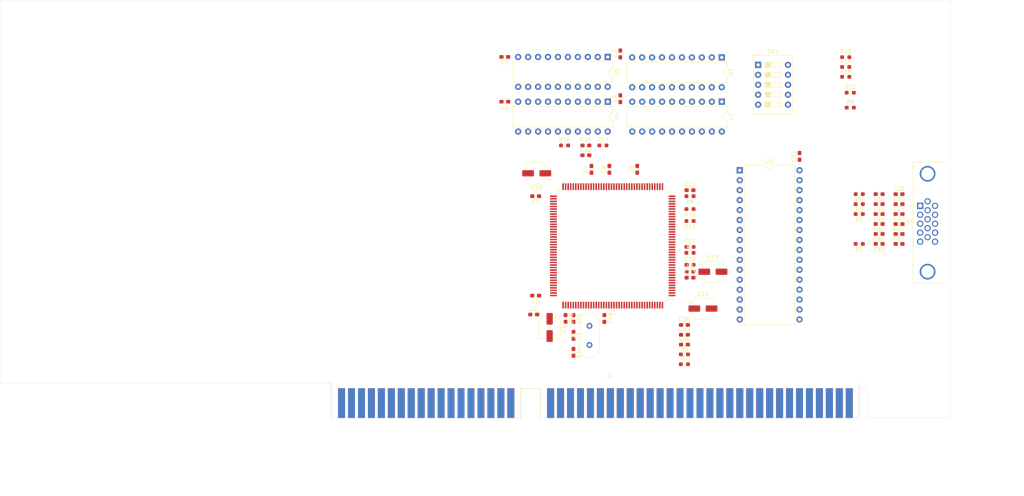
<source format=kicad_pcb>
(kicad_pcb (version 20240108) (generator "pcbnew") (generator_version "8.0")
  (layers (0 "F.Cu" signal) (31 "B.Cu" signal) (34 "B.Paste" user) (35 "F.Paste" user) (36 "B.SilkS" user "B.Silkscreen") (37 "F.SilkS" user "F.Silkscreen") (38 "B.Mask" user) (39 "F.Mask" user) (44 "Edge.Cuts" user))
  (net 0 "")
  (net 2 "GND")
  (net 8 "Net-(J1-D13)")
  (net 11 "+5V")
  (net 12 "Net-(J1-D10)")
  (net 13 "Net-(C14-Pad1)")
  (net 14 "Net-(U1D-AVDD1)")
  (net 15 "Net-(J1-BA18)")
  (net 16 "Net-(J1-DB4)")
  (net 20 "Net-(J1-D14)")
  (net 22 "Net-(J1-AEN)")
  (net 23 "Net-(C19-Pad1)")
  (net 24 "Net-(J1-D11)")
  (net 28 "Net-(U1C-VLF)")
  (net 33 "Net-(J1-D8)")
  (net 35 "Net-(J1-D9)")
  (net 36 "Net-(J1-BA00)")
  (net 37 "Net-(J1-DB2)")
  (net 38 "Net-(J1-DB7)")
  (net 39 "Net-(J1-D15)")
  (net 40 "Net-(J1-LA20)")
  (net 41 "Net-(C22-Pad1)")
  (net 43 "Net-(C23-Pad1)")
  (net 46 "Net-(C24-Pad1)")
  (net 49 "Net-(J1-D12)")
  (net 50 "Net-(C25-Pad1)")
  (net 51 "Net-(C26-Pad1)")
  (net 52 "Net-(J1-BA17)")
  (net 53 "Net-(C27-Pad1)")
  (net 54 "Net-(J1-BA19)")
  (net 56 "Net-(J1-LA23)")
  (net 58 "Net-(U1A-RESET)")
  (net 59 "Net-(J1-LA21)")
  (net 61 "Net-(J1-BA16)")
  (net 62 "/~{MEMR}")
  (net 63 "Net-(U1A-~{IOW})")
  (net 64 "Net-(J1-DB1)")
  (net 65 "Net-(U1C-MONITOR)")
  (net 66 "Net-(U1C-HSYNC)")
  (net 68 "Net-(U1C-VSYNC)")
  (net 69 "Net-(U1C-R)")
  (net 70 "Net-(J1-IO)")
  (net 71 "Net-(U1C-G)")
  (net 72 "Net-(U1C-B)")
  (net 74 "Net-(J1-DB0)")
  (net 75 "/A13")
  (net 77 "/~{IOW}")
  (net 78 "/A4")
  (net 79 "Net-(J1-BA15)")
  (net 80 "/A11")
  (net 82 "/OSC")
  (net 83 "/~{REFRESH}")
  (net 84 "/A1")
  (net 85 "/A9")
  (net 87 "Net-(J1-DB5)")
  (net 89 "Net-(J1-LA22)")
  (net 90 "Net-(J1-DB6)")
  (net 91 "/ALE")
  (net 94 "Net-(J1-IO_READY)")
  (net 96 "Net-(J1-SBHE)")
  (net 97 "Net-(J1-DB3)")
  (net 98 "/RESET")
  (net 99 "/RAM/MAB3")
  (net 100 "/A5")
  (net 101 "/~{IOR}")
  (net 103 "/RAM/MD1")
  (net 104 "/A2")
  (net 105 "/A10")
  (net 106 "/A6")
  (net 107 "/RAM/~{RAS}")
  (net 108 "/RAM/MAA0")
  (net 109 "/RAM/MAB7")
  (net 110 "/RAM/MAB2")
  (net 111 "/RAM/MAB0")
  (net 112 "/A12")
  (net 114 "/RAM/MD19")
  (net 115 "/A7")
  (net 116 "/A3")
  (net 117 "/RAM/~{WE2}")
  (net 118 "/IRQ")
  (net 119 "/RAM/MD21")
  (net 120 "/~{MEMCS16}")
  (net 121 "/A8")
  (net 122 "/~{MEMW}")
  (net 123 "/A14")
  (net 124 "/RAM/MD0")
  (net 126 "/RAM/MAA3")
  (net 130 "Net-(U1D-XTL1)")
  (net 131 "/RAM/MD6")
  (net 132 "/RAM/MD20")
  (net 134 "Net-(U1C-IRSET)")
  (net 135 "Net-(U1C-RMD1)")
  (net 136 "Net-(U1C-RMD7)")
  (net 138 "/RAM/MD18")
  (net 139 "/RAM/MD22")
  (net 142 "/Analog/RMD7")
  (net 143 "/RAM/MD16")
  (net 144 "Net-(U1C-RMD4)")
  (net 145 "/RAM/MD23")
  (net 146 "Net-(U1C-RMD6)")
  (net 147 "Net-(U1C-RMD5)")
  (net 148 "/Analog/RMD5")
  (net 149 "Net-(U1B-~{RAS})")
  (net 150 "Net-(U1B-~{CAS})")
  (net 152 "/IRQ_SW")
  (net 153 "Net-(U1C-RMD2)")
  (net 155 "/RAM/MD4")
  (net 156 "Net-(U1C-RMD3)")
  (net 158 "Net-(U1D-XTL2)")
  (net 159 "/RAM/MAA4")
  (net 160 "Net-(U1C-ROMCS)")
  (net 162 "Net-(U1C-RMD0)")
  (net 163 "Net-(U1C-ROMBA0)")
  (net 166 "/RAM/MAA1")
  (net 167 "/RAM/MD7")
  (net 168 "/RAM/MAB8")
  (net 171 "/RAM/MAB1")
  (net 172 "/RAM/MAB6")
  (net 173 "/RAM/MAA7")
  (net 174 "/RAM/MD5")
  (net 176 "/RAM/MAA5")
  (net 177 "/RAM/MAA2")
  (net 178 "/RAM/~{WE0}")
  (net 180 "/RAM/MD3")
  (net 182 "/RAM/MAA6")
  (net 183 "/RAM/MD17")
  (net 185 "/RAM/MAB5")
  (net 186 "/RAM/~{CAS}")
  (net 187 "/RAM/MD2")
  (net 188 "/RAM/MAB4")
  (net 189 "/RAM/MAA8")
  (footprint "Capacitor_SMD:C_0603_1608Metric_Pad1.08x0.95mm_HandSolder" (layer "F.Cu") (at 145.796 127 -90)
    (property "Reference" "C10" (at 0 -1.43 90) (layer "F.SilkS"))
    (property "Value" "100n")
    (pad "1" smd roundrect (at -0.8625 0 270) (size 1.075 0.95) (layers "F.Cu" "F.Paste" "F.Mask") (net 11 "+5V"))
    (pad "2" smd roundrect (at 0.8625 0 270) (size 1.075 0.95) (layers "F.Cu" "F.Paste" "F.Mask") (net 2 "GND"))
  )
  (footprint "Capacitor_SMD:C_0603_1608Metric_Pad1.08x0.95mm_HandSolder" (layer "F.Cu") (at 142.494 88.9 90)
    (property "Reference" "C7" (at 0 -1.43 90) (layer "F.SilkS"))
    (property "Value" "100n")
    (pad "1" smd roundrect (at -0.8625 0 90) (size 1.075 0.95) (layers "F.Cu" "F.Paste" "F.Mask") (net 11 "+5V"))
    (pad "2" smd roundrect (at 0.8625 0 90) (size 1.075 0.95) (layers "F.Cu" "F.Paste" "F.Mask") (net 2 "GND"))
  )
  (footprint "Package_DIP:DIP-20_W7.62mm" (layer "F.Cu") (at 175.763 71.638 -90)
    (property "Reference" "U2" (at 3.81 -2.33 90) (layer "F.SilkS"))
    (property "Value" "MCM514256AP")
    (pad "1" thru_hole rect (at 0 0 270) (size 1.6 1.6) (drill 0.8) (layers "*.Cu" "*.Mask") (net 124 "/RAM/MD0"))
    (pad "2" thru_hole oval (at 0 2.54 270) (size 1.6 1.6) (drill 0.8) (layers "*.Cu" "*.Mask") (net 103 "/RAM/MD1"))
    (pad "3" thru_hole oval (at 0 5.08 270) (size 1.6 1.6) (drill 0.8) (layers "*.Cu" "*.Mask") (net 178 "/RAM/~{WE0}"))
    (pad "4" thru_hole oval (at 0 7.62 270) (size 1.6 1.6) (drill 0.8) (layers "*.Cu" "*.Mask") (net 107 "/RAM/~{RAS}"))
    (pad "5" thru_hole oval (at 0 10.16 270) (size 1.6 1.6) (drill 0.8) (layers "*.Cu" "*.Mask"))
    (pad "6" thru_hole oval (at 0 12.7 270) (size 1.6 1.6) (drill 0.8) (layers "*.Cu" "*.Mask") (net 108 "/RAM/MAA0"))
    (pad "7" thru_hole oval (at 0 15.24 270) (size 1.6 1.6) (drill 0.8) (layers "*.Cu" "*.Mask") (net 166 "/RAM/MAA1"))
    (pad "8" thru_hole oval (at 0 17.78 270) (size 1.6 1.6) (drill 0.8) (layers "*.Cu" "*.Mask") (net 177 "/RAM/MAA2"))
    (pad "9" thru_hole oval (at 0 20.32 270) (size 1.6 1.6) (drill 0.8) (layers "*.Cu" "*.Mask") (net 126 "/RAM/MAA3"))
    (pad "10" thru_hole oval (at 0 22.86 270) (size 1.6 1.6) (drill 0.8) (layers "*.Cu" "*.Mask") (net 11 "+5V"))
    (pad "11" thru_hole oval (at 7.62 22.86 270) (size 1.6 1.6) (drill 0.8) (layers "*.Cu" "*.Mask") (net 159 "/RAM/MAA4"))
    (pad "12" thru_hole oval (at 7.62 20.32 270) (size 1.6 1.6) (drill 0.8) (layers "*.Cu" "*.Mask") (net 176 "/RAM/MAA5"))
    (pad "13" thru_hole oval (at 7.62 17.78 270) (size 1.6 1.6) (drill 0.8) (layers "*.Cu" "*.Mask") (net 182 "/RAM/MAA6"))
    (pad "14" thru_hole oval (at 7.62 15.24 270) (size 1.6 1.6) (drill 0.8) (layers "*.Cu" "*.Mask") (net 173 "/RAM/MAA7"))
    (pad "15" thru_hole oval (at 7.62 12.7 270) (size 1.6 1.6) (drill 0.8) (layers "*.Cu" "*.Mask") (net 189 "/RAM/MAA8"))
    (pad "16" thru_hole oval (at 7.62 10.16 270) (size 1.6 1.6) (drill 0.8) (layers "*.Cu" "*.Mask") (net 2 "GND"))
    (pad "17" thru_hole oval (at 7.62 7.62 270) (size 1.6 1.6) (drill 0.8) (layers "*.Cu" "*.Mask") (net 186 "/RAM/~{CAS}"))
    (pad "18" thru_hole oval (at 7.62 5.08 270) (size 1.6 1.6) (drill 0.8) (layers "*.Cu" "*.Mask") (net 187 "/RAM/MD2"))
    (pad "19" thru_hole oval (at 7.62 2.54 270) (size 1.6 1.6) (drill 0.8) (layers "*.Cu" "*.Mask") (net 180 "/RAM/MD3"))
    (pad "20" thru_hole oval (at 7.62 0 270) (size 1.6 1.6) (drill 0.8) (layers "*.Cu" "*.Mask") (net 2 "GND"))
  )
  (footprint "Capacitor_SMD:CP_Elec_5x5.3" (layer "F.Cu") (at 170.942 124.46)
    (property "Reference" "C15" (at 0 -3.7 0) (layer "F.SilkS"))
    (property "Value" "22u")
    (pad "1" smd roundrect (at -2.2 0) (size 3 1.6) (layers "F.Cu" "F.Paste" "F.Mask") (roundrect_rratio 0.15625) (net 11 "+5V"))
    (pad "2" smd roundrect (at 2.2 0) (size 3 1.6) (layers "F.Cu" "F.Paste" "F.Mask") (roundrect_rratio 0.15625) (net 2 "GND"))
  )
  (footprint "Capacitor_SMD:C_0603_1608Metric_Pad1.08x0.95mm_HandSolder" (layer "F.Cu") (at 120.396 71.628 180)
    (property "Reference" "C2" (at 0 -1.43 360) (layer "F.SilkS"))
    (property "Value" "100n")
    (pad "1" smd roundrect (at -0.8625 0 180) (size 1.075 0.95) (layers "F.Cu" "F.Paste" "F.Mask") (net 11 "+5V"))
    (pad "2" smd roundrect (at 0.8625 0 180) (size 1.075 0.95) (layers "F.Cu" "F.Paste" "F.Mask") (net 2 "GND"))
  )
  (footprint "Connector_PCBEdge:BUS_AT" (layer "F.Cu") (at 208.28 148.6408)
    (property "Reference" "J1" (at -60.96 -6.99 0) (layer "F.SilkS"))
    (property "Value" "Bus_ISA_16bit")
    (pad "1" connect rect (at 0 0) (size 1.78 7.62) (layers "B.Cu" "B.Mask") (net 2 "GND"))
    (pad "2" connect rect (at -2.54 0) (size 1.78 7.62) (layers "B.Cu" "B.Mask") (net 98 "/RESET"))
    (pad "3" connect rect (at -5.08 0) (size 1.78 7.62) (layers "B.Cu" "B.Mask") (net 11 "+5V"))
    (pad "4" connect rect (at -7.62 0) (size 1.78 7.62) (layers "B.Cu" "B.Mask") (net 118 "/IRQ"))
    (pad "5" connect rect (at -10.16 0) (size 1.78 7.62) (layers "B.Cu" "B.Mask"))
    (pad "6" connect rect (at -12.7 0) (size 1.78 7.62) (layers "B.Cu" "B.Mask"))
    (pad "7" connect rect (at -15.24 0) (size 1.78 7.62) (layers "B.Cu" "B.Mask"))
    (pad "8" connect rect (at -17.78 0) (size 1.78 7.62) (layers "B.Cu" "B.Mask"))
    (pad "9" connect rect (at -20.32 0) (size 1.78 7.62) (layers "B.Cu" "B.Mask"))
    (pad "10" connect rect (at -22.86 0) (size 1.78 7.62) (layers "B.Cu" "B.Mask") (net 2 "GND"))
    (pad "11" connect rect (at -25.4 0) (size 1.78 7.62) (layers "B.Cu" "B.Mask") (net 122 "/~{MEMW}"))
    (pad "12" connect rect (at -27.94 0) (size 1.78 7.62) (layers "B.Cu" "B.Mask") (net 62 "/~{MEMR}"))
    (pad "13" connect rect (at -30.48 0) (size 1.78 7.62) (layers "B.Cu" "B.Mask") (net 77 "/~{IOW}"))
    (pad "14" connect rect (at -33.02 0) (size 1.78 7.62) (layers "B.Cu" "B.Mask") (net 101 "/~{IOR}"))
    (pad "15" connect rect (at -35.56 0) (size 1.78 7.62) (layers "B.Cu" "B.Mask"))
    (pad "16" connect rect (at -38.1 0) (size 1.78 7.62) (layers "B.Cu" "B.Mask"))
    (pad "17" connect rect (at -40.64 0) (size 1.78 7.62) (layers "B.Cu" "B.Mask"))
    (pad "18" connect rect (at -43.18 0) (size 1.78 7.62) (layers "B.Cu" "B.Mask"))
    (pad "19" connect rect (at -45.72 0) (size 1.78 7.62) (layers "B.Cu" "B.Mask") (net 83 "/~{REFRESH}"))
    (pad "20" connect rect (at -48.26 0) (size 1.78 7.62) (layers "B.Cu" "B.Mask"))
    (pad "21" connect rect (at -50.8 0) (size 1.78 7.62) (layers "B.Cu" "B.Mask"))
    (pad "22" connect rect (at -53.34 0) (size 1.78 7.62) (layers "B.Cu" "B.Mask"))
    (pad "23" connect rect (at -55.88 0) (size 1.78 7.62) (layers "B.Cu" "B.Mask"))
    (pad "24" connect rect (at -58.42 0) (size 1.78 7.62) (layers "B.Cu" "B.Mask"))
    (pad "25" connect rect (at -60.96 0) (size 1.78 7.62) (layers "B.Cu" "B.Mask"))
    (pad "26" connect rect (at -63.5 0) (size 1.78 7.62) (layers "B.Cu" "B.Mask"))
    (pad "27" connect rect (at -66.04 0) (size 1.78 7.62) (layers "B.Cu" "B.Mask"))
    (pad "28" connect rect (at -68.58 0) (size 1.78 7.62) (layers "B.Cu" "B.Mask") (net 91 "/ALE"))
    (pad "29" connect rect (at -71.12 0) (size 1.78 7.62) (layers "B.Cu" "B.Mask") (net 11 "+5V"))
    (pad "30" connect rect (at -73.66 0) (size 1.78 7.62) (layers "B.Cu" "B.Mask") (net 82 "/OSC"))
    (pad "31" connect rect (at -76.2 0) (size 1.78 7.62) (layers "B.Cu" "B.Mask") (net 2 "GND"))
    (pad "32" connect rect (at 0 0) (size 1.78 7.62) (layers "F.Cu" "F.Mask") (net 70 "Net-(J1-IO)"))
    (pad "33" connect rect (at -2.54 0) (size 1.78 7.62) (layers "F.Cu" "F.Mask") (net 38 "Net-(J1-DB7)"))
    (pad "34" connect rect (at -5.08 0) (size 1.78 7.62) (layers "F.Cu" "F.Mask") (net 90 "Net-(J1-DB6)"))
    (pad "35" connect rect (at -7.62 0) (size 1.78 7.62) (layers "F.Cu" "F.Mask") (net 87 "Net-(J1-DB5)"))
    (pad "36" connect rect (at -10.16 0) (size 1.78 7.62) (layers "F.Cu" "F.Mask") (net 16 "Net-(J1-DB4)"))
    (pad "37" connect rect (at -12.7 0) (size 1.78 7.62) (layers "F.Cu" "F.Mask") (net 97 "Net-(J1-DB3)"))
    (pad "38" connect rect (at -15.24 0) (size 1.78 7.62) (layers "F.Cu" "F.Mask") (net 37 "Net-(J1-DB2)"))
    (pad "39" connect rect (at -17.78 0) (size 1.78 7.62) (layers "F.Cu" "F.Mask") (net 64 "Net-(J1-DB1)"))
    (pad "40" connect rect (at -20.32 0) (size 1.78 7.62) (layers "F.Cu" "F.Mask") (net 74 "Net-(J1-DB0)"))
    (pad "41" connect rect (at -22.86 0) (size 1.78 7.62) (layers "F.Cu" "F.Mask") (net 94 "Net-(J1-IO_READY)"))
    (pad "42" connect rect (at -25.4 0) (size 1.78 7.62) (layers "F.Cu" "F.Mask") (net 22 "Net-(J1-AEN)"))
    (pad "43" connect rect (at -27.94 0) (size 1.78 7.62) (layers "F.Cu" "F.Mask") (net 54 "Net-(J1-BA19)"))
    (pad "44" connect rect (at -30.48 0) (size 1.78 7.62) (layers "F.Cu" "F.Mask") (net 15 "Net-(J1-BA18)"))
    (pad "45" connect rect (at -33.02 0) (size 1.78 7.62) (layers "F.Cu" "F.Mask") (net 52 "Net-(J1-BA17)"))
    (pad "46" connect rect (at -35.56 0) (size 1.78 7.62) (layers "F.Cu" "F.Mask") (net 61 "Net-(J1-BA16)"))
    (pad "47" connect rect (at -38.1 0) (size 1.78 7.62) (layers "F.Cu" "F.Mask") (net 79 "Net-(J1-BA15)"))
    (pad "48" connect rect (at -40.64 0) (size 1.78 7.62) (layers "F.Cu" "F.Mask") (net 123 "/A14"))
    (pad "49" connect rect (at -43.18 0) (size 1.78 7.62) (layers "F.Cu" "F.Mask") (net 75 "/A13"))
    (pad "50" connect rect (at -45.72 0) (size 1.78 7.62) (layers "F.Cu" "F.Mask") (net 112 "/A12"))
    (pad "51" connect rect (at -48.26 0) (size 1.78 7.62) (layers "F.Cu" "F.Mask") (net 80 "/A11"))
    (pad "52" connect rect (at -50.8 0) (size 1.78 7.62) (layers "F.Cu" "F.Mask") (net 105 "/A10"))
    (pad "53" connect rect (at -53.34 0) (size 1.78 7.62) (layers "F.Cu" "F.Mask") (net 85 "/A9"))
    (pad "54" connect rect (at -55.88 0) (size 1.78 7.62) (layers "F.Cu" "F.Mask") (net 121 "/A8"))
    (pad "55" connect rect (at -58.42 0) (size 1.78 7.62) (layers "F.Cu" "F.Mask") (net 115 "/A7"))
    (pad "56" connect rect (at -60.96 0) (size 1.78 7.62) (layers "F.Cu" "F.Mask") (net 106 "/A6"))
    (pad "57" connect rect (at -63.5 0) (size 1.78 7.62) (layers "F.Cu" "F.Mask") (net 100 "/A5"))
    (pad "58" connect rect (at -66.04 0) (size 1.78 7.62) (layers "F.Cu" "F.Mask") (net 78 "/A4"))
    (pad "59" connect rect (at -68.58 0) (size 1.78 7.62) (layers "F.Cu" "F.Mask") (net 116 "/A3"))
    (pad "60" connect rect (at -71.12 0) (size 1.78 7.62) (layers "F.Cu" "F.Mask") (net 104 "/A2"))
    (pad "61" connect rect (at -73.66 0) (size 1.78 7.62) (layers "F.Cu" "F.Mask") (net 84 "/A1"))
    (pad "62" connect rect (at -76.2 0) (size 1.78 7.62) (layers "F.Cu" "F.Mask") (net 36 "Net-(J1-BA00)"))
    (pad "63" connect rect (at -86.36 0) (size 1.78 7.62) (layers "B.Cu" "B.Mask") (net 120 "/~{MEMCS16}"))
    (pad "64" connect rect (at -88.9 0) (size 1.78 7.62) (layers "B.Cu" "B.Mask"))
    (pad "65" connect rect (at -91.44 0) (size 1.78 7.62) (layers "B.Cu" "B.Mask"))
    (pad "66" connect rect (at -93.98 0) (size 1.78 7.62) (layers "B.Cu" "B.Mask"))
    (pad "67" connect rect (at -96.52 0) (size 1.78 7.62) (layers "B.Cu" "B.Mask"))
    (pad "68" connect rect (at -99.06 0) (size 1.78 7.62) (layers "B.Cu" "B.Mask"))
    (pad "69" connect rect (at -101.6 0) (size 1.78 7.62) (layers "B.Cu" "B.Mask"))
    (pad "70" connect rect (at -104.14 0) (size 1.78 7.62) (layers "B.Cu" "B.Mask"))
    (pad "71" connect rect (at -106.68 0) (size 1.78 7.62) (layers "B.Cu" "B.Mask"))
    (pad "72" connect rect (at -109.22 0) (size 1.78 7.62) (layers "B.Cu" "B.Mask"))
    (pad "73" connect rect (at -111.76 0) (size 1.78 7.62) (layers "B.Cu" "B.Mask"))
    (pad "74" connect rect (at -114.3 0) (size 1.78 7.62) (layers "B.Cu" "B.Mask"))
    (pad "75" connect rect (at -116.84 0) (size 1.78 7.62) (layers "B.Cu" "B.Mask"))
    (pad "76" connect rect (at -119.38 0) (size 1.78 7.62) (layers "B.Cu" "B.Mask"))
    (pad "77" connect rect (at -121.92 0) (size 1.78 7.62) (layers "B.Cu" "B.Mask"))
    (pad "78" connect rect (at -124.46 0) (size 1.78 7.62) (layers "B.Cu" "B.Mask") (net 11 "+5V"))
    (pad "79" connect rect (at -127 0) (size 1.78 7.62) (layers "B.Cu" "B.Mask"))
    (pad "80" connect rect (at -129.54 0) (size 1.78 7.62) (layers "B.Cu" "B.Mask") (net 2 "GND"))
    (pad "81" connect rect (at -86.36 0) (size 1.78 7.62) (layers "F.Cu" "F.Mask") (net 96 "Net-(J1-SBHE)"))
    (pad "82" connect rect (at -88.9 0) (size 1.78 7.62) (layers "F.Cu" "F.Mask") (net 56 "Net-(J1-LA23)"))
    (pad "83" connect rect (at -91.44 0) (size 1.78 7.62) (layers "F.Cu" "F.Mask") (net 89 "Net-(J1-LA22)"))
    (pad "84" connect rect (at -93.98 0) (size 1.78 7.62) (layers "F.Cu" "F.Mask") (net 59 "Net-(J1-LA21)"))
    (pad "85" connect rect (at -96.52 0) (size 1.78 7.62) (layers "F.Cu" "F.Mask") (net 40 "Net-(J1-LA20)"))
    (pad "86" connect rect (at -99.06 0) (size 1.78 7.62) (layers "F.Cu" "F.Mask"))
    (pad "87" connect rect (at -101.6 0) (size 1.78 7.62) (layers "F.Cu" "F.Mask"))
    (pad "88" connect rect (at -104.14 0) (size 1.78 7.62) (layers "F.Cu" "F.Mask"))
    (pad "89" connect rect (at -106.68 0) (size 1.78 7.62) (layers "F.Cu" "F.Mask"))
    (pad "90" connect rect (at -109.22 0) (size 1.78 7.62) (layers "F.Cu" "F.Mask"))
    (pad "91" connect rect (at -111.76 0) (size 1.78 7.62) (layers "F.Cu" "F.Mask") (net 33 "Net-(J1-D8)"))
    (pad "92" connect rect (at -114.3 0) (size 1.78 7.62) (layers "F.Cu" "F.Mask") (net 35 "Net-(J1-D9)"))
    (pad "93" connect rect (at -116.84 0) (size 1.78 7.62) (layers "F.Cu" "F.Mask") (net 12 "Net-(J1-D10)"))
    (pad "94" connect rect (at -119.38 0) (size 1.78 7.62) (layers "F.Cu" "F.Mask") (net 24 "Net-(J1-D11)"))
    (pad "95" connect rect (at -121.92 0) (size 1.78 7.62) (layers "F.Cu" "F.Mask") (net 49 "Net-(J1-D12)"))
    (pad "96" connect rect (at -124.46 0) (size 1.78 7.62) (layers "F.Cu" "F.Mask") (net 8 "Net-(J1-D13)"))
    (pad "97" connect rect (at -127 0) (size 1.78 7.62) (layers "F.Cu" "F.Mask") (net 20 "Net-(J1-D14)"))
    (pad "98" connect rect (at -129.54 0) (size 1.78 7.62) (layers "F.Cu" "F.Mask") (net 39 "Net-(J1-D15)"))
  )
  (footprint "Package_QFP:PQFP-160_28x28mm_P0.65mm" (layer "F.Cu") (at 147.9296 108.458 180)
    (property "Reference" "U1" (at 0 -16.95 0) (layer "F.SilkS"))
    (property "Value" "TVGA9000I-3")
    (pad "1" smd roundrect (at -15.125 -12.675 180) (size 1.75 0.4) (layers "F.Cu" "F.Paste" "F.Mask") (net 2 "GND"))
    (pad "2" smd roundrect (at -15.125 -12.025 180) (size 1.75 0.4) (layers "F.Cu" "F.Paste" "F.Mask") (net 72 "Net-(U1C-B)"))
    (pad "3" smd roundrect (at -15.125 -11.375 180) (size 1.75 0.4) (layers "F.Cu" "F.Paste" "F.Mask") (net 71 "Net-(U1C-G)"))
    (pad "4" smd roundrect (at -15.125 -10.725 180) (size 1.75 0.4) (layers "F.Cu" "F.Paste" "F.Mask") (net 69 "Net-(U1C-R)"))
    (pad "5" smd roundrect (at -15.125 -10.075 180) (size 1.75 0.4) (layers "F.Cu" "F.Paste" "F.Mask") (net 58 "Net-(U1A-RESET)"))
    (pad "6" smd roundrect (at -15.125 -9.425 180) (size 1.75 0.4) (layers "F.Cu" "F.Paste" "F.Mask") (net 23 "Net-(C19-Pad1)"))
    (pad "7" smd roundrect (at -15.125 -8.775 180) (size 1.75 0.4) (layers "F.Cu" "F.Paste" "F.Mask") (net 2 "GND"))
    (pad "8" smd roundrect (at -15.125 -8.125 180) (size 1.75 0.4) (layers "F.Cu" "F.Paste" "F.Mask") (net 11 "+5V"))
    (pad "9" smd roundrect (at -15.125 -7.475 180) (size 1.75 0.4) (layers "F.Cu" "F.Paste" "F.Mask"))
    (pad "10" smd roundrect (at -15.125 -6.825 180) (size 1.75 0.4) (layers "F.Cu" "F.Paste" "F.Mask"))
    (pad "11" smd roundrect (at -15.125 -6.175 180) (size 1.75 0.4) (layers "F.Cu" "F.Paste" "F.Mask"))
    (pad "12" smd roundrect (at -15.125 -5.525 180) (size 1.75 0.4) (layers "F.Cu" "F.Paste" "F.Mask"))
    (pad "13" smd roundrect (at -15.125 -4.875 180) (size 1.75 0.4) (layers "F.Cu" "F.Paste" "F.Mask") (net 23 "Net-(C19-Pad1)"))
    (pad "14" smd roundrect (at -15.125 -4.225 180) (size 1.75 0.4) (layers "F.Cu" "F.Paste" "F.Mask"))
    (pad "15" smd roundrect (at -15.125 -3.575 180) (size 1.75 0.4) (layers "F.Cu" "F.Paste" "F.Mask"))
    (pad "16" smd roundrect (at -15.125 -2.925 180) (size 1.75 0.4) (layers "F.Cu" "F.Paste" "F.Mask"))
    (pad "17" smd roundrect (at -15.125 -2.275 180) (size 1.75 0.4) (layers "F.Cu" "F.Paste" "F.Mask"))
    (pad "18" smd roundrect (at -15.125 -1.625 180) (size 1.75 0.4) (layers "F.Cu" "F.Paste" "F.Mask") (net 134 "Net-(U1C-IRSET)"))
    (pad "19" smd roundrect (at -15.125 -0.975 180) (size 1.75 0.4) (layers "F.Cu" "F.Paste" "F.Mask") (net 11 "+5V"))
    (pad "20" smd roundrect (at -15.125 -0.325 180) (size 1.75 0.4) (layers "F.Cu" "F.Paste" "F.Mask") (net 11 "+5V"))
    (pad "21" smd roundrect (at -15.125 0.325 180) (size 1.75 0.4) (layers "F.Cu" "F.Paste" "F.Mask") (net 91 "/ALE"))
    (pad "22" smd roundrect (at -15.125 0.975 180) (size 1.75 0.4) (layers "F.Cu" "F.Paste" "F.Mask") (net 22 "Net-(J1-AEN)"))
    (pad "23" smd roundrect (at -15.125 1.625 180) (size 1.75 0.4) (layers "F.Cu" "F.Paste" "F.Mask") (net 2 "GND"))
    (pad "24" smd roundrect (at -15.125 2.275 180) (size 1.75 0.4) (layers "F.Cu" "F.Paste" "F.Mask") (net 70 "Net-(J1-IO)"))
    (pad "25" smd roundrect (at -15.125 2.925 180) (size 1.75 0.4) (layers "F.Cu" "F.Paste" "F.Mask") (net 74 "Net-(J1-DB0)"))
    (pad "26" smd roundrect (at -15.125 3.575 180) (size 1.75 0.4) (layers "F.Cu" "F.Paste" "F.Mask") (net 64 "Net-(J1-DB1)"))
    (pad "27" smd roundrect (at -15.125 4.225 180) (size 1.75 0.4) (layers "F.Cu" "F.Paste" "F.Mask") (net 37 "Net-(J1-DB2)"))
    (pad "28" smd roundrect (at -15.125 4.875 180) (size 1.75 0.4) (layers "F.Cu" "F.Paste" "F.Mask") (net 97 "Net-(J1-DB3)"))
    (pad "29" smd roundrect (at -15.125 5.525 180) (size 1.75 0.4) (layers "F.Cu" "F.Paste" "F.Mask") (net 16 "Net-(J1-DB4)"))
    (pad "30" smd roundrect (at -15.125 6.175 180) (size 1.75 0.4) (layers "F.Cu" "F.Paste" "F.Mask") (net 87 "Net-(J1-DB5)"))
    (pad "31" smd roundrect (at -15.125 6.825 180) (size 1.75 0.4) (layers "F.Cu" "F.Paste" "F.Mask") (net 90 "Net-(J1-DB6)"))
    (pad "32" smd roundrect (at -15.125 7.475 180) (size 1.75 0.4) (layers "F.Cu" "F.Paste" "F.Mask") (net 38 "Net-(J1-DB7)"))
    (pad "33" smd roundrect (at -15.125 8.125 180) (size 1.75 0.4) (layers "F.Cu" "F.Paste" "F.Mask") (net 136 "Net-(U1C-RMD7)"))
    (pad "34" smd roundrect (at -15.125 8.775 180) (size 1.75 0.4) (layers "F.Cu" "F.Paste" "F.Mask") (net 146 "Net-(U1C-RMD6)"))
    (pad "35" smd roundrect (at -15.125 9.425 180) (size 1.75 0.4) (layers "F.Cu" "F.Paste" "F.Mask") (net 147 "Net-(U1C-RMD5)"))
    (pad "36" smd roundrect (at -15.125 10.075 180) (size 1.75 0.4) (layers "F.Cu" "F.Paste" "F.Mask") (net 144 "Net-(U1C-RMD4)"))
    (pad "37" smd roundrect (at -15.125 10.725 180) (size 1.75 0.4) (layers "F.Cu" "F.Paste" "F.Mask") (net 156 "Net-(U1C-RMD3)"))
    (pad "38" smd roundrect (at -15.125 11.375 180) (size 1.75 0.4) (layers "F.Cu" "F.Paste" "F.Mask") (net 153 "Net-(U1C-RMD2)"))
    (pad "39" smd roundrect (at -15.125 12.025 180) (size 1.75 0.4) (layers "F.Cu" "F.Paste" "F.Mask") (net 135 "Net-(U1C-RMD1)"))
    (pad "40" smd roundrect (at -15.125 12.675 180) (size 1.75 0.4) (layers "F.Cu" "F.Paste" "F.Mask") (net 11 "+5V"))
    (pad "41" smd roundrect (at -12.675 15.125 180) (size 0.4 1.75) (layers "F.Cu" "F.Paste" "F.Mask") (net 2 "GND"))
    (pad "42" smd roundrect (at -12.025 15.125 180) (size 0.4 1.75) (layers "F.Cu" "F.Paste" "F.Mask") (net 2 "GND"))
    (pad "43" smd roundrect (at -11.375 15.125 180) (size 0.4 1.75) (layers "F.Cu" "F.Paste" "F.Mask") (net 162 "Net-(U1C-RMD0)"))
    (pad "44" smd roundrect (at -10.725 15.125 180) (size 0.4 1.75) (layers "F.Cu" "F.Paste" "F.Mask"))
    (pad "45" smd roundrect (at -10.075 15.125 180) (size 0.4 1.75) (layers "F.Cu" "F.Paste" "F.Mask") (net 160 "Net-(U1C-ROMCS)"))
    (pad "46" smd roundrect (at -9.425 15.125 180) (size 0.4 1.75) (layers "F.Cu" "F.Paste" "F.Mask") (net 65 "Net-(U1C-MONITOR)"))
    (pad "47" smd roundrect (at -8.775 15.125 180) (size 0.4 1.75) (layers "F.Cu" "F.Paste" "F.Mask") (net 68 "Net-(U1C-VSYNC)"))
    (pad "48" smd roundrect (at -8.125 15.125 180) (size 0.4 1.75) (layers "F.Cu" "F.Paste" "F.Mask") (net 66 "Net-(U1C-HSYNC)"))
    (pad "49" smd roundrect (at -7.475 15.125 180) (size 0.4 1.75) (layers "F.Cu" "F.Paste" "F.Mask") (net 2 "GND"))
    (pad "50" smd roundrect (at -6.825 15.125 180) (size 0.4 1.75) (layers "F.Cu" "F.Paste" "F.Mask") (net 2 "GND"))
    (pad "51" smd roundrect (at -6.175 15.125 180) (size 0.4 1.75) (layers "F.Cu" "F.Paste" "F.Mask") (net 11 "+5V"))
    (pad "52" smd roundrect (at -5.525 15.125 180) (size 0.4 1.75) (layers "F.Cu" "F.Paste" "F.Mask") (net 108 "/RAM/MAA0"))
    (pad "53" smd roundrect (at -4.875 15.125 180) (size 0.4 1.75) (layers "F.Cu" "F.Paste" "F.Mask") (net 166 "/RAM/MAA1"))
    (pad "54" smd roundrect (at -4.225 15.125 180) (size 0.4 1.75) (layers "F.Cu" "F.Paste" "F.Mask") (net 177 "/RAM/MAA2"))
    (pad "55" smd roundrect (at -3.575 15.125 180) (size 0.4 1.75) (layers "F.Cu" "F.Paste" "F.Mask") (net 126 "/RAM/MAA3"))
    (pad "56" smd roundrect (at -2.925 15.125 180) (size 0.4 1.75) (layers "F.Cu" "F.Paste" "F.Mask") (net 159 "/RAM/MAA4"))
    (pad "57" smd roundrect (at -2.275 15.125 180) (size 0.4 1.75) (layers "F.Cu" "F.Paste" "F.Mask") (net 176 "/RAM/MAA5"))
    (pad "58" smd roundrect (at -1.625 15.125 180) (size 0.4 1.75) (layers "F.Cu" "F.Paste" "F.Mask") (net 2 "GND"))
    (pad "59" smd roundrect (at -0.975 15.125 180) (size 0.4 1.75) (layers "F.Cu" "F.Paste" "F.Mask") (net 182 "/RAM/MAA6"))
    (pad "60" smd roundrect (at -0.325 15.125 180) (size 0.4 1.75) (layers "F.Cu" "F.Paste" "F.Mask") (net 173 "/RAM/MAA7"))
    (pad "61" smd roundrect (at 0.325 15.125 180) (size 0.4 1.75) (layers "F.Cu" "F.Paste" "F.Mask") (net 189 "/RAM/MAA8"))
    (pad "62" smd roundrect (at 0.975 15.125 180) (size 0.4 1.75) (layers "F.Cu" "F.Paste" "F.Mask") (net 11 "+5V"))
    (pad "63" smd roundrect (at 1.625 15.125 180) (size 0.4 1.75) (layers "F.Cu" "F.Paste" "F.Mask"))
    (pad "64" smd roundrect (at 2.275 15.125 180) (size 0.4 1.75) (layers "F.Cu" "F.Paste" "F.Mask") (net 124 "/RAM/MD0"))
    (pad "65" smd roundrect (at 2.925 15.125 180) (size 0.4 1.75) (layers "F.Cu" "F.Paste" "F.Mask") (net 103 "/RAM/MD1"))
    (pad "66" smd roundrect (at 3.575 15.125 180) (size 0.4 1.75) (layers "F.Cu" "F.Paste" "F.Mask") (net 187 "/RAM/MD2"))
    (pad "67" smd roundrect (at 4.225 15.125 180) (size 0.4 1.75) (layers "F.Cu" "F.Paste" "F.Mask") (net 180 "/RAM/MD3"))
    (pad "68" smd roundrect (at 4.875 15.125 180) (size 0.4 1.75) (layers "F.Cu" "F.Paste" "F.Mask") (net 155 "/RAM/MD4"))
    (pad "69" smd roundrect (at 5.525 15.125 180) (size 0.4 1.75) (layers "F.Cu" "F.Paste" "F.Mask") (net 11 "+5V"))
    (pad "70" smd roundrect (at 6.175 15.125 180) (size 0.4 1.75) (layers "F.Cu" "F.Paste" "F.Mask") (net 174 "/RAM/MD5"))
    (pad "71" smd roundrect (at 6.825 15.125 180) (size 0.4 1.75) (layers "F.Cu" "F.Paste" "F.Mask") (net 131 "/RAM/MD6"))
    (pad "72" smd roundrect (at 7.475 15.125 180) (size 0.4 1.75) (layers "F.Cu" "F.Paste" "F.Mask") (net 167 "/RAM/MD7"))
    (pad "73" smd roundrect (at 8.125 15.125 180) (size 0.4 1.75) (layers "F.Cu" "F.Paste" "F.Mask") (net 111 "/RAM/MAB0"))
    (pad "74" smd roundrect (at 8.775 15.125 180) (size 0.4 1.75) (layers "F.Cu" "F.Paste" "F.Mask") (net 171 "/RAM/MAB1"))
    (pad "75" smd roundrect (at 9.425 15.125 180) (size 0.4 1.75) (layers "F.Cu" "F.Paste" "F.Mask") (net 110 "/RAM/MAB2"))
    (pad "76" smd roundrect (at 10.075 15.125 180) (size 0.4 1.75) (layers "F.Cu" "F.Paste" "F.Mask") (net 99 "/RAM/MAB3"))
    (pad "77" smd roundrect (at 10.725 15.125 180) (size 0.4 1.75) (layers "F.Cu" "F.Paste" "F.Mask") (net 188 "/RAM/MAB4"))
    (pad "78" smd roundrect (at 11.375 15.125 180) (size 0.4 1.75) (layers "F.Cu" "F.Paste" "F.Mask") (net 185 "/RAM/MAB5"))
    (pad "79" smd roundrect (at 12.025 15.125 180) (size 0.4 1.75) (layers "F.Cu" "F.Paste" "F.Mask") (net 2 "GND"))
    (pad "80" smd roundrect (at 12.675 15.125 180) (size 0.4 1.75) (layers "F.Cu" "F.Paste" "F.Mask") (net 2 "GND"))
    (pad "81" smd roundrect (at 15.125 12.675 180) (size 1.75 0.4) (layers "F.Cu" "F.Paste" "F.Mask") (net 11 "+5V"))
    (pad "82" smd roundrect (at 15.125 12.025 180) (size 1.75 0.4) (layers "F.Cu" "F.Paste" "F.Mask") (net 172 "/RAM/MAB6"))
    (pad "83" smd roundrect (at 15.125 11.375 180) (size 1.75 0.4) (layers "F.Cu" "F.Paste" "F.Mask") (net 109 "/RAM/MAB7"))
    (pad "84" smd roundrect (at 15.125 10.725 180) (size 1.75 0.4) (layers "F.Cu" "F.Paste" "F.Mask") (net 168 "/RAM/MAB8"))
    (pad "85" smd roundrect (at 15.125 10.075 180) (size 1.75 0.4) (layers "F.Cu" "F.Paste" "F.Mask") (net 150 "Net-(U1B-~{CAS})"))
    (pad "86" smd roundrect (at 15.125 9.425 180) (size 1.75 0.4) (layers "F.Cu" "F.Paste" "F.Mask") (net 149 "Net-(U1B-~{RAS})"))
    (pad "87" smd roundrect (at 15.125 8.775 180) (size 1.75 0.4) (layers "F.Cu" "F.Paste" "F.Mask") (net 117 "/RAM/~{WE2}"))
    (pad "88" smd roundrect (at 15.125 8.125 180) (size 1.75 0.4) (layers "F.Cu" "F.Paste" "F.Mask") (net 178 "/RAM/~{WE0}"))
    (pad "89" smd roundrect (at 15.125 7.475 180) (size 1.75 0.4) (layers "F.Cu" "F.Paste" "F.Mask") (net 143 "/RAM/MD16"))
    (pad "90" smd roundrect (at 15.125 6.825 180) (size 1.75 0.4) (layers "F.Cu" "F.Paste" "F.Mask") (net 183 "/RAM/MD17"))
    (pad "91" smd roundrect (at 15.125 6.175 180) (size 1.75 0.4) (layers "F.Cu" "F.Paste" "F.Mask") (net 138 "/RAM/MD18"))
    (pad "92" smd roundrect (at 15.125 5.525 180) (size 1.75 0.4) (layers "F.Cu" "F.Paste" "F.Mask") (net 114 "/RAM/MD19"))
    (pad "93" smd roundrect (at 15.125 4.875 180) (size 1.75 0.4) (layers "F.Cu" "F.Paste" "F.Mask") (net 132 "/RAM/MD20"))
    (pad "94" smd roundrect (at 15.125 4.225 180) (size 1.75 0.4) (layers "F.Cu" "F.Paste" "F.Mask") (net 119 "/RAM/MD21"))
    (pad "95" smd roundrect (at 15.125 3.575 180) (size 1.75 0.4) (layers "F.Cu" "F.Paste" "F.Mask") (net 139 "/RAM/MD22"))
    (pad "96" smd roundrect (at 15.125 2.925 180) (size 1.75 0.4) (layers "F.Cu" "F.Paste" "F.Mask") (net 145 "/RAM/MD23"))
    (pad "97" smd roundrect (at 15.125 2.275 180) (size 1.75 0.4) (layers "F.Cu" "F.Paste" "F.Mask") (net 163 "Net-(U1C-ROMBA0)"))
    (pad "98" smd roundrect (at 15.125 1.625 180) (size 1.75 0.4) (layers "F.Cu" "F.Paste" "F.Mask") (net 82 "/OSC"))
    (pad "99" smd roundrect (at 15.125 0.975 180) (size 1.75 0.4) (layers "F.Cu" "F.Paste" "F.Mask") (net 96 "Net-(J1-SBHE)"))
    (pad "100" smd roundrect (at 15.125 0.325 180) (size 1.75 0.4) (layers "F.Cu" "F.Paste" "F.Mask"))
    (pad "101" smd roundrect (at 15.125 -0.325 180) (size 1.75 0.4) (layers "F.Cu" "F.Paste" "F.Mask") (net 2 "GND"))
    (pad "102" smd roundrect (at 15.125 -0.975 180) (size 1.75 0.4) (layers "F.Cu" "F.Paste" "F.Mask") (net 120 "/~{MEMCS16}"))
    (pad "103" smd roundrect (at 15.125 -1.625 180) (size 1.75 0.4) (layers "F.Cu" "F.Paste" "F.Mask") (net 39 "Net-(J1-D15)"))
    (pad "104" smd roundrect (at 15.125 -2.275 180) (size 1.75 0.4) (layers "F.Cu" "F.Paste" "F.Mask") (net 20 "Net-(J1-D14)"))
    (pad "105" smd roundrect (at 15.125 -2.925 180) (size 1.75 0.4) (layers "F.Cu" "F.Paste" "F.Mask") (net 8 "Net-(J1-D13)"))
    (pad "106" smd roundrect (at 15.125 -3.575 180) (size 1.75 0.4) (layers "F.Cu" "F.Paste" "F.Mask") (net 49 "Net-(J1-D12)"))
    (pad "107" smd roundrect (at 15.125 -4.225 180) (size 1.75 0.4) (layers "F.Cu" "F.Paste" "F.Mask") (net 24 "Net-(J1-D11)"))
    (pad "108" smd roundrect (at 15.125 -4.875 180) (size 1.75 0.4) (layers "F.Cu" "F.Paste" "F.Mask") (net 12 "Net-(J1-D10)"))
    (pad "109" smd roundrect (at 15.125 -5.525 180) (size 1.75 0.4) (layers "F.Cu" "F.Paste" "F.Mask") (net 35 "Net-(J1-D9)"))
    (pad "110" smd roundrect (at 15.125 -6.175 180) (size 1.75 0.4) (layers "F.Cu" "F.Paste" "F.Mask") (net 33 "Net-(J1-D8)"))
    (pad "111" smd roundrect (at 15.125 -6.825 180) (size 1.75 0.4) (layers "F.Cu" "F.Paste" "F.Mask") (net 152 "/IRQ_SW"))
    (pad "112" smd roundrect (at 15.125 -7.475 180) (size 1.75 0.4) (layers "F.Cu" "F.Paste" "F.Mask"))
    (pad "113" smd roundrect (at 15.125 -8.125 180) (size 1.75 0.4) (layers "F.Cu" "F.Paste" "F.Mask") (net 52 "Net-(J1-BA17)"))
    (pad "114" smd roundrect (at 15.125 -8.775 180) (size 1.75 0.4) (layers "F.Cu" "F.Paste" "F.Mask") (net 15 "Net-(J1-BA18)"))
    (pad "115" smd roundrect (at 15.125 -9.425 180) (size 1.75 0.4) (layers "F.Cu" "F.Paste" "F.Mask") (net 54 "Net-(J1-BA19)"))
    (pad "116" smd roundrect (at 15.125 -10.075 180) (size 1.75 0.4) (layers "F.Cu" "F.Paste" "F.Mask") (net 40 "Net-(J1-LA20)"))
    (pad "117" smd roundrect (at 15.125 -10.725 180) (size 1.75 0.4) (layers "F.Cu" "F.Paste" "F.Mask") (net 59 "Net-(J1-LA21)"))
    (pad "118" smd roundrect (at 15.125 -11.375 180) (size 1.75 0.4) (layers "F.Cu" "F.Paste" "F.Mask") (net 89 "Net-(J1-LA22)"))
    (pad "119" smd roundrect (at 15.125 -12.025 180) (size 1.75 0.4) (layers "F.Cu" "F.Paste" "F.Mask") (net 56 "Net-(J1-LA23)"))
    (pad "120" smd roundrect (at 15.125 -12.675 180) (size 1.75 0.4) (layers "F.Cu" "F.Paste" "F.Mask") (net 11 "+5V"))
    (pad "121" smd roundrect (at 12.675 -15.125 180) (size 0.4 1.75) (layers "F.Cu" "F.Paste" "F.Mask") (net 2 "GND"))
    (pad "122" smd roundrect (at 12.025 -15.125 180) (size 0.4 1.75) (layers "F.Cu" "F.Paste" "F.Mask") (net 2 "GND"))
    (pad "123" smd roundrect (at 11.375 -15.125 180) (size 0.4 1.75) (layers "F.Cu" "F.Paste" "F.Mask"))
    (pad "124" smd roundrect (at 10.725 -15.125 180) (size 0.4 1.75) (layers "F.Cu" "F.Paste" "F.Mask") (net 14 "Net-(U1D-AVDD1)"))
    (pad "125" smd roundrect (at 10.075 -15.125 180) (size 0.4 1.75) (layers "F.Cu" "F.Paste" "F.Mask") (net 28 "Net-(U1C-VLF)"))
    (pad "126" smd roundrect (at 9.425 -15.125 180) (size 0.4 1.75) (layers "F.Cu" "F.Paste" "F.Mask") (net 2 "GND"))
    (pad "127" smd roundrect (at 8.775 -15.125 180) (size 0.4 1.75) (layers "F.Cu" "F.Paste" "F.Mask"))
    (pad "128" smd roundrect (at 8.125 -15.125 180) (size 0.4 1.75) (layers "F.Cu" "F.Paste" "F.Mask") (net 2 "GND"))
    (pad "129" smd roundrect (at 7.475 -15.125 180) (size 0.4 1.75) (layers "F.Cu" "F.Paste" "F.Mask"))
    (pad "130" smd roundrect (at 6.825 -15.125 180) (size 0.4 1.75) (layers "F.Cu" "F.Paste" "F.Mask") (net 11 "+5V"))
    (pad "131" smd roundrect (at 6.175 -15.125 180) (size 0.4 1.75) (layers "F.Cu" "F.Paste" "F.Mask") (net 130 "Net-(U1D-XTL1)"))
    (pad "132" smd roundrect (at 5.525 -15.125 180) (size 0.4 1.75) (layers "F.Cu" "F.Paste" "F.Mask"))
    (pad "133" smd roundrect (at 4.875 -15.125 180) (size 0.4 1.75) (layers "F.Cu" "F.Paste" "F.Mask") (net 158 "Net-(U1D-XTL2)"))
    (pad "134" smd roundrect (at 4.225 -15.125 180) (size 0.4 1.75) (layers "F.Cu" "F.Paste" "F.Mask") (net 11 "+5V"))
    (pad "135" smd roundrect (at 3.575 -15.125 180) (size 0.4 1.75) (layers "F.Cu" "F.Paste" "F.Mask") (net 36 "Net-(J1-BA00)"))
    (pad "136" smd roundrect (at 2.925 -15.125 180) (size 0.4 1.75) (layers "F.Cu" "F.Paste" "F.Mask") (net 84 "/A1"))
    (pad "137" smd roundrect (at 2.275 -15.125 180) (size 0.4 1.75) (layers "F.Cu" "F.Paste" "F.Mask") (net 104 "/A2"))
    (pad "138" smd roundrect (at 1.625 -15.125 180) (size 0.4 1.75) (layers "F.Cu" "F.Paste" "F.Mask") (net 116 "/A3"))
    (pad "139" smd roundrect (at 0.975 -15.125 180) (size 0.4 1.75) (layers "F.Cu" "F.Paste" "F.Mask") (net 78 "/A4"))
    (pad "140" smd roundrect (at 0.325 -15.125 180) (size 0.4 1.75) (layers "F.Cu" "F.Paste" "F.Mask") (net 100 "/A5"))
    (pad "141" smd roundrect (at -0.325 -15.125 180) (size 0.4 1.75) (layers "F.Cu" "F.Paste" "F.Mask") (net 106 "/A6"))
    (pad "142" smd roundrect (at -0.975 -15.125 180) (size 0.4 1.75) (layers "F.Cu" "F.Paste" "F.Mask") (net 115 "/A7"))
    (pad "143" smd roundrect (at -1.625 -15.125 180) (size 0.4 1.75) (layers "F.Cu" "F.Paste" "F.Mask") (net 2 "GND"))
    (pad "144" smd roundrect (at -2.275 -15.125 180) (size 0.4 1.75) (layers "F.Cu" "F.Paste" "F.Mask") (net 121 "/A8"))
    (pad "145" smd roundrect (at -2.925 -15.125 180) (size 0.4 1.75) (layers "F.Cu" "F.Paste" "F.Mask") (net 85 "/A9"))
    (pad "146" smd roundrect (at -3.575 -15.125 180) (size 0.4 1.75) (layers "F.Cu" "F.Paste" "F.Mask") (net 105 "/A10"))
    (pad "147" smd roundrect (at -4.225 -15.125 180) (size 0.4 1.75) (layers "F.Cu" "F.Paste" "F.Mask") (net 80 "/A11"))
    (pad "148" smd roundrect (at -4.875 -15.125 180) (size 0.4 1.75) (layers "F.Cu" "F.Paste" "F.Mask") (net 112 "/A12"))
    (pad "149" smd roundrect (at -5.525 -15.125 180) (size 0.4 1.75) (layers "F.Cu" "F.Paste" "F.Mask") (net 75 "/A13"))
    (pad "150" smd roundrect (at -6.175 -15.125 180) (size 0.4 1.75) (layers "F.Cu" "F.Paste" "F.Mask") (net 123 "/A14"))
    (pad "151" smd roundrect (at -6.825 -15.125 180) (size 0.4 1.75) (layers "F.Cu" "F.Paste" "F.Mask") (net 79 "Net-(J1-BA15)"))
    (pad "152" smd roundrect (at -7.475 -15.125 180) (size 0.4 1.75) (layers "F.Cu" "F.Paste" "F.Mask") (net 61 "Net-(J1-BA16)"))
    (pad "153" smd roundrect (at -8.125 -15.125 180) (size 0.4 1.75) (layers "F.Cu" "F.Paste" "F.Mask") (net 101 "/~{IOR}"))
    (pad "154" smd roundrect (at -8.775 -15.125 180) (size 0.4 1.75) (layers "F.Cu" "F.Paste" "F.Mask") (net 63 "Net-(U1A-~{IOW})"))
    (pad "155" smd roundrect (at -9.425 -15.125 180) (size 0.4 1.75) (layers "F.Cu" "F.Paste" "F.Mask") (net 62 "/~{MEMR}"))
    (pad "156" smd roundrect (at -10.075 -15.125 180) (size 0.4 1.75) (layers "F.Cu" "F.Paste" "F.Mask") (net 122 "/~{MEMW}"))
    (pad "157" smd roundrect (at -10.725 -15.125 180) (size 0.4 1.75) (layers "F.Cu" "F.Paste" "F.Mask") (net 94 "Net-(J1-IO_READY)"))
    (pad "158" smd roundrect (at -11.375 -15.125 180) (size 0.4 1.75) (layers "F.Cu" "F.Paste" "F.Mask") (net 83 "/~{REFRESH}"))
    (pad "159" smd roundrect (at -12.025 -15.125 180) (size 0.4 1.75) (layers "F.Cu" "F.Paste" "F.Mask"))
    (pad "160" smd roundrect (at -12.675 -15.125 180) (size 0.4 1.75) (layers "F.Cu" "F.Paste" "F.Mask") (net 2 "GND"))
  )
  (footprint "Resistor_SMD:R_0603_1608Metric_Pad0.98x0.95mm_HandSolder" (layer "F.Cu") (at 208.534 73.152)
    (property "Reference" "R9" (at 0 -1.43 0) (layer "F.SilkS"))
    (property "Value" "4.7K")
    (pad "1" smd roundrect (at -0.9125 0) (size 0.975 0.95) (layers "F.Cu" "F.Paste" "F.Mask") (net 136 "Net-(U1C-RMD7)"))
    (pad "2" smd roundrect (at 0.9125 0) (size 0.975 0.95) (layers "F.Cu" "F.Paste" "F.Mask") (net 142 "/Analog/RMD7"))
  )
  (footprint "Capacitor_SMD:C_0603_1608Metric_Pad1.08x0.95mm_HandSolder" (layer "F.Cu") (at 220.98 95.25)
    (property "Reference" "C26" (at 0 -1.43 0) (layer "F.SilkS"))
    (property "Value" "47n")
    (pad "1" smd roundrect (at -0.8625 0) (size 1.075 0.95) (layers "F.Cu" "F.Paste" "F.Mask") (net 51 "Net-(C26-Pad1)"))
    (pad "2" smd roundrect (at 0.8625 0) (size 1.075 0.95) (layers "F.Cu" "F.Paste" "F.Mask") (net 2 "GND"))
  )
  (footprint "Resistor_SMD:R_0603_1608Metric_Pad0.98x0.95mm_HandSolder" (layer "F.Cu") (at 166.2195 136.174)
    (property "Reference" "R6" (at 0 -1.43 0) (layer "F.SilkS"))
    (property "Value" "1K")
    (pad "1" smd roundrect (at -0.9125 0) (size 0.975 0.95) (layers "F.Cu" "F.Paste" "F.Mask") (net 58 "Net-(U1A-RESET)"))
    (pad "2" smd roundrect (at 0.9125 0) (size 0.975 0.95) (layers "F.Cu" "F.Paste" "F.Mask") (net 98 "/RESET"))
  )
  (footprint "Button_Switch_THT:SW_DIP_SPSTx05_Slide_9.78x14.88mm_W7.62mm_P2.54mm" (layer "F.Cu") (at 185.0225 62.228)
    (property "Reference" "SW1" (at 3.81 -3.42 0) (layer "F.SilkS"))
    (property "Value" "SW_DIP_x05")
    (pad "1" thru_hole rect (at 0 0) (size 1.6 1.6) (drill 0.8) (layers "*.Cu" "*.Mask") (net 118 "/IRQ"))
    (pad "2" thru_hole oval (at 0 2.54) (size 1.6 1.6) (drill 0.8) (layers "*.Cu" "*.Mask") (net 2 "GND"))
    (pad "3" thru_hole oval (at 0 5.08) (size 1.6 1.6) (drill 0.8) (layers "*.Cu" "*.Mask") (net 2 "GND"))
    (pad "4" thru_hole oval (at 0 7.62) (size 1.6 1.6) (drill 0.8) (layers "*.Cu" "*.Mask") (net 2 "GND"))
    (pad "5" thru_hole oval (at 0 10.16) (size 1.6 1.6) (drill 0.8) (layers "*.Cu" "*.Mask") (net 2 "GND"))
    (pad "6" thru_hole oval (at 7.62 10.16) (size 1.6 1.6) (drill 0.8) (layers "*.Cu" "*.Mask") (net 148 "/Analog/RMD5"))
    (pad "7" thru_hole oval (at 7.62 7.62) (size 1.6 1.6) (drill 0.8) (layers "*.Cu" "*.Mask") (net 142 "/Analog/RMD7"))
    (pad "8" thru_hole oval (at 7.62 5.08) (size 1.6 1.6) (drill 0.8) (layers "*.Cu" "*.Mask") (net 187 "/RAM/MD2"))
    (pad "9" thru_hole oval (at 7.62 2.54) (size 1.6 1.6) (drill 0.8) (layers "*.Cu" "*.Mask") (net 167 "/RAM/MD7"))
    (pad "10" thru_hole oval (at 7.62 0) (size 1.6 1.6) (drill 0.8) (layers "*.Cu" "*.Mask") (net 152 "/IRQ_SW"))
  )
  (footprint "Inductor_SMD:L_0603_1608Metric_Pad1.05x0.95mm_HandSolder" (layer "F.Cu") (at 215.9 102.87 180)
    (property "Reference" "FB2" (at 0 -1.43 360) (layer "F.SilkS"))
    (property "Value" "FerriteBead_Small")
    (pad "1" smd roundrect (at -0.875 0 180) (size 1.05 0.95) (layers "F.Cu" "F.Paste" "F.Mask") (net 43 "Net-(C23-Pad1)"))
    (pad "2" smd roundrect (at 0.875 0 180) (size 1.05 0.95) (layers "F.Cu" "F.Paste" "F.Mask") (net 66 "Net-(U1C-HSYNC)"))
  )
  (footprint "Inductor_SMD:L_0603_1608Metric_Pad1.05x0.95mm_HandSolder" (layer "F.Cu") (at 137.922 131.318 -90)
    (property "Reference" "L1" (at 0 -1.43 90) (layer "F.SilkS"))
    (property "Value" "2.7u")
    (pad "1" smd roundrect (at -0.875 0 270) (size 1.05 0.95) (layers "F.Cu" "F.Paste" "F.Mask") (net 130 "Net-(U1D-XTL1)"))
    (pad "2" smd roundrect (at 0.875 0 270) (size 1.05 0.95) (layers "F.Cu" "F.Paste" "F.Mask") (net 13 "Net-(C14-Pad1)"))
  )
  (footprint "Resistor_SMD:R_0603_1608Metric_Pad0.98x0.95mm_HandSolder" (layer "F.Cu") (at 166.2195 138.684)
    (property "Reference" "R7" (at 0 -1.43 0) (layer "F.SilkS"))
    (property "Value" "100")
    (pad "1" smd roundrect (at -0.9125 0) (size 0.975 0.95) (layers "F.Cu" "F.Paste" "F.Mask") (net 63 "Net-(U1A-~{IOW})"))
    (pad "2" smd roundrect (at 0.9125 0) (size 0.975 0.95) (layers "F.Cu" "F.Paste" "F.Mask") (net 77 "/~{IOW}"))
  )
  (footprint "Capacitor_SMD:C_0603_1608Metric_Pad1.08x0.95mm_HandSolder" (layer "F.Cu") (at 167.64 113.284)
    (property "Reference" "C20" (at 0 -1.43 0) (layer "F.SilkS"))
    (property "Value" "100n")
    (pad "1" smd roundrect (at -0.8625 0) (size 1.075 0.95) (layers "F.Cu" "F.Paste" "F.Mask") (net 23 "Net-(C19-Pad1)"))
    (pad "2" smd roundrect (at 0.8625 0) (size 1.075 0.95) (layers "F.Cu" "F.Paste" "F.Mask") (net 2 "GND"))
  )
  (footprint "Capacitor_SMD:C_0603_1608Metric_Pad1.08x0.95mm_HandSolder" (layer "F.Cu") (at 137.922 135.636 -90)
    (property "Reference" "C14" (at 0 -1.43 90) (layer "F.SilkS"))
    (property "Value" "100n")
    (pad "1" smd roundrect (at -0.8625 0 270) (size 1.075 0.95) (layers "F.Cu" "F.Paste" "F.Mask") (net 13 "Net-(C14-Pad1)"))
    (pad "2" smd roundrect (at 0.8625 0 270) (size 1.075 0.95) (layers "F.Cu" "F.Paste" "F.Mask") (net 2 "GND"))
  )
  (footprint "Capacitor_SMD:C_0603_1608Metric_Pad1.08x0.95mm_HandSolder" (layer "F.Cu") (at 154.178 88.9 90)
    (property "Reference" "C6" (at 0 -1.43 90) (layer "F.SilkS"))
    (property "Value" "100n")
    (pad "1" smd roundrect (at -0.8625 0 90) (size 1.075 0.95) (layers "F.Cu" "F.Paste" "F.Mask") (net 11 "+5V"))
    (pad "2" smd roundrect (at 0.8625 0 90) (size 1.075 0.95) (layers "F.Cu" "F.Paste" "F.Mask") (net 2 "GND"))
  )
  (footprint "Package_DIP:DIP-32_W15.24mm" (layer "F.Cu") (at 180.335 89.154)
    (property "Reference" "U6" (at 7.62 -2.33 360) (layer "F.SilkS"))
    (property "Value" "SST39SF010")
    (pad "1" thru_hole rect (at 0 0) (size 1.6 1.6) (drill 0.8) (layers "*.Cu" "*.Mask"))
    (pad "2" thru_hole oval (at 0 2.54) (size 1.6 1.6) (drill 0.8) (layers "*.Cu" "*.Mask") (net 2 "GND"))
    (pad "3" thru_hole oval (at 0 5.08) (size 1.6 1.6) (drill 0.8) (layers "*.Cu" "*.Mask") (net 2 "GND"))
    (pad "4" thru_hole oval (at 0 7.62) (size 1.6 1.6) (drill 0.8) (layers "*.Cu" "*.Mask") (net 75 "/A13"))
    (pad "5" thru_hole oval (at 0 10.16) (size 1.6 1.6) (drill 0.8) (layers "*.Cu" "*.Mask") (net 121 "/A8"))
    (pad "6" thru_hole oval (at 0 12.7) (size 1.6 1.6) (drill 0.8) (layers "*.Cu" "*.Mask") (net 115 "/A7"))
    (pad "7" thru_hole oval (at 0 15.24) (size 1.6 1.6) (drill 0.8) (layers "*.Cu" "*.Mask") (net 106 "/A6"))
    (pad "8" thru_hole oval (at 0 17.78) (size 1.6 1.6) (drill 0.8) (layers "*.Cu" "*.Mask") (net 100 "/A5"))
    (pad "9" thru_hole oval (at 0 20.32) (size 1.6 1.6) (drill 0.8) (layers "*.Cu" "*.Mask") (net 78 "/A4"))
    (pad "10" thru_hole oval (at 0 22.86) (size 1.6 1.6) (drill 0.8) (layers "*.Cu" "*.Mask") (net 116 "/A3"))
    (pad "11" thru_hole oval (at 0 25.4) (size 1.6 1.6) (drill 0.8) (layers "*.Cu" "*.Mask") (net 104 "/A2"))
    (pad "12" thru_hole oval (at 0 27.94) (size 1.6 1.6) (drill 0.8) (layers "*.Cu" "*.Mask") (net 84 "/A1"))
    (pad "13" thru_hole oval (at 0 30.48) (size 1.6 1.6) (drill 0.8) (layers "*.Cu" "*.Mask") (net 162 "Net-(U1C-RMD0)"))
    (pad "14" thru_hole oval (at 0 33.02) (size 1.6 1.6) (drill 0.8) (layers "*.Cu" "*.Mask") (net 135 "Net-(U1C-RMD1)"))
    (pad "15" thru_hole oval (at 0 35.56) (size 1.6 1.6) (drill 0.8) (layers "*.Cu" "*.Mask") (net 153 "Net-(U1C-RMD2)"))
    (pad "16" thru_hole oval (at 0 38.1) (size 1.6 1.6) (drill 0.8) (layers "*.Cu" "*.Mask") (net 2 "GND"))
    (pad "17" thru_hole oval (at 15.24 38.1) (size 1.6 1.6) (drill 0.8) (layers "*.Cu" "*.Mask") (net 156 "Net-(U1C-RMD3)"))
    (pad "18" thru_hole oval (at 15.24 35.56) (size 1.6 1.6) (drill 0.8) (layers "*.Cu" "*.Mask") (net 144 "Net-(U1C-RMD4)"))
    (pad "19" thru_hole oval (at 15.24 33.02) (size 1.6 1.6) (drill 0.8) (layers "*.Cu" "*.Mask") (net 147 "Net-(U1C-RMD5)"))
    (pad "20" thru_hole oval (at 15.24 30.48) (size 1.6 1.6) (drill 0.8) (layers "*.Cu" "*.Mask") (net 146 "Net-(U1C-RMD6)"))
    (pad "21" thru_hole oval (at 15.24 27.94) (size 1.6 1.6) (drill 0.8) (layers "*.Cu" "*.Mask") (net 136 "Net-(U1C-RMD7)"))
    (pad "22" thru_hole oval (at 15.24 25.4) (size 1.6 1.6) (drill 0.8) (layers "*.Cu" "*.Mask") (net 2 "GND"))
    (pad "23" thru_hole oval (at 15.24 22.86) (size 1.6 1.6) (drill 0.8) (layers "*.Cu" "*.Mask") (net 80 "/A11"))
    (pad "24" thru_hole oval (at 15.24 20.32) (size 1.6 1.6) (drill 0.8) (layers "*.Cu" "*.Mask") (net 160 "Net-(U1C-ROMCS)"))
    (pad "25" thru_hole oval (at 15.24 17.78) (size 1.6 1.6) (drill 0.8) (layers "*.Cu" "*.Mask") (net 112 "/A12"))
    (pad "26" thru_hole oval (at 15.24 15.24) (size 1.6 1.6) (drill 0.8) (layers "*.Cu" "*.Mask") (net 105 "/A10"))
    (pad "27" thru_hole oval (at 15.24 12.7) (size 1.6 1.6) (drill 0.8) (layers "*.Cu" "*.Mask") (net 85 "/A9"))
    (pad "28" thru_hole oval (at 15.24 10.16) (size 1.6 1.6) (drill 0.8) (layers "*.Cu" "*.Mask") (net 123 "/A14"))
    (pad "29" thru_hole oval (at 15.24 7.62) (size 1.6 1.6) (drill 0.8) (layers "*.Cu" "*.Mask") (net 163 "Net-(U1C-ROMBA0)"))
    (pad "30" thru_hole oval (at 15.24 5.08) (size 1.6 1.6) (drill 0.8) (layers "*.Cu" "*.Mask"))
    (pad "31" thru_hole oval (at 15.24 2.54) (size 1.6 1.6) (drill 0.8) (layers "*.Cu" "*.Mask") (net 11 "+5V"))
    (pad "32" thru_hole oval (at 15.24 0) (size 1.6 1.6) (drill 0.8) (layers "*.Cu" "*.Mask") (net 11 "+5V"))
  )
  (footprint "Capacitor_SMD:C_0603_1608Metric_Pad1.08x0.95mm_HandSolder" (layer "F.Cu") (at 167.64 108.712)
    (property "Reference" "C11" (at 0 -1.43 0) (layer "F.SilkS"))
    (property "Value" "100n")
    (pad "1" smd roundrect (at -0.8625 0) (size 1.075 0.95) (layers "F.Cu" "F.Paste" "F.Mask") (net 11 "+5V"))
    (pad "2" smd roundrect (at 0.8625 0) (size 1.075 0.95) (layers "F.Cu" "F.Paste" "F.Mask") (net 2 "GND"))
  )
  (footprint "Package_DIP:DIP-20_W7.62mm" (layer "F.Cu") (at 146.6596 71.638 -90)
    (property "Reference" "U4" (at 3.81 -2.33 90) (layer "F.SilkS"))
    (property "Value" "MCM514256AP")
    (pad "1" thru_hole rect (at 0 0 270) (size 1.6 1.6) (drill 0.8) (layers "*.Cu" "*.Mask") (net 143 "/RAM/MD16"))
    (pad "2" thru_hole oval (at 0 2.54 270) (size 1.6 1.6) (drill 0.8) (layers "*.Cu" "*.Mask") (net 183 "/RAM/MD17"))
    (pad "3" thru_hole oval (at 0 5.08 270) (size 1.6 1.6) (drill 0.8) (layers "*.Cu" "*.Mask") (net 117 "/RAM/~{WE2}"))
    (pad "4" thru_hole oval (at 0 7.62 270) (size 1.6 1.6) (drill 0.8) (layers "*.Cu" "*.Mask") (net 107 "/RAM/~{RAS}"))
    (pad "5" thru_hole oval (at 0 10.16 270) (size 1.6 1.6) (drill 0.8) (layers "*.Cu" "*.Mask"))
    (pad "6" thru_hole oval (at 0 12.7 270) (size 1.6 1.6) (drill 0.8) (layers "*.Cu" "*.Mask") (net 111 "/RAM/MAB0"))
    (pad "7" thru_hole oval (at 0 15.24 270) (size 1.6 1.6) (drill 0.8) (layers "*.Cu" "*.Mask") (net 171 "/RAM/MAB1"))
    (pad "8" thru_hole oval (at 0 17.78 270) (size 1.6 1.6) (drill 0.8) (layers "*.Cu" "*.Mask") (net 110 "/RAM/MAB2"))
    (pad "9" thru_hole oval (at 0 20.32 270) (size 1.6 1.6) (drill 0.8) (layers "*.Cu" "*.Mask") (net 99 "/RAM/MAB3"))
    (pad "10" thru_hole oval (at 0 22.86 270) (size 1.6 1.6) (drill 0.8) (layers "*.Cu" "*.Mask") (net 11 "+5V"))
    (pad "11" thru_hole oval (at 7.62 22.86 270) (size 1.6 1.6) (drill 0.8) (layers "*.Cu" "*.Mask") (net 188 "/RAM/MAB4"))
    (pad "12" thru_hole oval (at 7.62 20.32 270) (size 1.6 1.6) (drill 0.8) (layers "*.Cu" "*.Mask") (net 185 "/RAM/MAB5"))
    (pad "13" thru_hole oval (at 7.62 17.78 270) (size 1.6 1.6) (drill 0.8) (layers "*.Cu" "*.Mask") (net 172 "/RAM/MAB6"))
    (pad "14" thru_hole oval (at 7.62 15.24 270) (size 1.6 1.6) (drill 0.8) (layers "*.Cu" "*.Mask") (net 109 "/RAM/MAB7"))
    (pad "15" thru_hole oval (at 7.62 12.7 270) (size 1.6 1.6) (drill 0.8) (layers "*.Cu" "*.Mask") (net 168 "/RAM/MAB8"))
    (pad "16" thru_hole oval (at 7.62 10.16 270) (size 1.6 1.6) (drill 0.8) (layers "*.Cu" "*.Mask") (net 2 "GND"))
    (pad "17" thru_hole oval (at 7.62 7.62 270) (size 1.6 1.6) (drill 0.8) (layers "*.Cu" "*.Mask") (net 186 "/RAM/~{CAS}"))
    (pad "18" thru_hole oval (at 7.62 5.08 270) (size 1.6 1.6) (drill 0.8) (layers "*.Cu" "*.Mask") (net 138 "/RAM/MD18"))
    (pad "19" thru_hole oval (at 7.62 2.54 270) (size 1.6 1.6) (drill 0.8) (layers "*.Cu" "*.Mask") (net 114 "/RAM/MD19"))
    (pad "20" thru_hole oval (at 7.62 0 270) (size 1.6 1.6) (drill 0.8) (layers "*.Cu" "*.Mask") (net 2 "GND"))
  )
  (footprint "Resistor_SMD:R_0603_1608Metric_Pad0.98x0.95mm_HandSolder" (layer "F.Cu") (at 167.64 110.236)
    (property "Reference" "R1" (at 0 -1.43 0) (layer "F.SilkS"))
    (property "Value" "150")
    (pad "1" smd roundrect (at -0.9125 0) (size 0.975 0.95) (layers "F.Cu" "F.Paste" "F.Mask") (net 134 "Net-(U1C-IRSET)"))
    (pad "2" smd roundrect (at 0.9125 0) (size 0.975 0.95) (layers "F.Cu" "F.Paste" "F.Mask") (net 2 "GND"))
  )
  (footprint "Resistor_SMD:R_0603_1608Metric_Pad0.98x0.95mm_HandSolder" (layer "F.Cu") (at 145.4205 82.804)
    (property "Reference" "R17" (at 0 -1.43 0) (layer "F.SilkS"))
    (property "Value" "33")
    (pad "1" smd roundrect (at -0.9125 0) (size 0.975 0.95) (layers "F.Cu" "F.Paste" "F.Mask") (net 150 "Net-(U1B-~{CAS})"))
    (pad "2" smd roundrect (at 0.9125 0) (size 0.975 0.95) (layers "F.Cu" "F.Paste" "F.Mask") (net 186 "/RAM/~{CAS}"))
  )
  (footprint "Capacitor_SMD:C_0603_1608Metric_Pad1.08x0.95mm_HandSolder" (layer "F.Cu") (at 128.27 121.158 180)
    (property "Reference" "C5" (at 0 -1.43 360) (layer "F.SilkS"))
    (property "Value" "100n")
    (pad "1" smd roundrect (at -0.8625 0 180) (size 1.075 0.95) (layers "F.Cu" "F.Paste" "F.Mask") (net 11 "+5V"))
    (pad "2" smd roundrect (at 0.8625 0 180) (size 1.075 0.95) (layers "F.Cu" "F.Paste" "F.Mask") (net 2 "GND"))
  )
  (footprint "Resistor_SMD:R_0603_1608Metric_Pad0.98x0.95mm_HandSolder" (layer "F.Cu") (at 167.64 102.108 180)
    (property "Reference" "R11" (at 0 -1.43 360) (layer "F.SilkS"))
    (property "Value" "4.7K")
    (pad "1" smd roundrect (at -0.9125 0 180) (size 0.975 0.95) (layers "F.Cu" "F.Paste" "F.Mask") (net 2 "GND"))
    (pad "2" smd roundrect (at 0.9125 0 180) (size 0.975 0.95) (layers "F.Cu" "F.Paste" "F.Mask") (net 146 "Net-(U1C-RMD6)"))
  )
  (footprint "Inductor_SMD:L_0603_1608Metric_Pad1.05x0.95mm_HandSolder" (layer "F.Cu") (at 215.9 105.41 180)
    (property "Reference" "FB3" (at 0 -1.43 360) (layer "F.SilkS"))
    (property "Value" "FerriteBead_Small")
    (pad "1" smd roundrect (at -0.875 0 180) (size 1.05 0.95) (layers "F.Cu" "F.Paste" "F.Mask") (net 41 "Net-(C22-Pad1)"))
    (pad "2" smd roundrect (at 0.875 0 180) (size 1.05 0.95) (layers "F.Cu" "F.Paste" "F.Mask") (net 68 "Net-(U1C-VSYNC)"))
  )
  (footprint "Package_DIP:DIP-20_W7.62mm" (layer "F.Cu") (at 146.6546 60.208 -90)
    (property "Reference" "U5" (at 3.81 -2.33 90) (layer "F.SilkS"))
    (property "Value" "MCM514256AP")
    (pad "1" thru_hole rect (at 0 0 270) (size 1.6 1.6) (drill 0.8) (layers "*.Cu" "*.Mask") (net 132 "/RAM/MD20"))
    (pad "2" thru_hole oval (at 0 2.54 270) (size 1.6 1.6) (drill 0.8) (layers "*.Cu" "*.Mask") (net 119 "/RAM/MD21"))
    (pad "3" thru_hole oval (at 0 5.08 270) (size 1.6 1.6) (drill 0.8) (layers "*.Cu" "*.Mask") (net 117 "/RAM/~{WE2}"))
    (pad "4" thru_hole oval (at 0 7.62 270) (size 1.6 1.6) (drill 0.8) (layers "*.Cu" "*.Mask") (net 107 "/RAM/~{RAS}"))
    (pad "5" thru_hole oval (at 0 10.16 270) (size 1.6 1.6) (drill 0.8) (layers "*.Cu" "*.Mask"))
    (pad "6" thru_hole oval (at 0 12.7 270) (size 1.6 1.6) (drill 0.8) (layers "*.Cu" "*.Mask") (net 111 "/RAM/MAB0"))
    (pad "7" thru_hole oval (at 0 15.24 270) (size 1.6 1.6) (drill 0.8) (layers "*.Cu" "*.Mask") (net 171 "/RAM/MAB1"))
    (pad "8" thru_hole oval (at 0 17.78 270) (size 1.6 1.6) (drill 0.8) (layers "*.Cu" "*.Mask") (net 110 "/RAM/MAB2"))
    (pad "9" thru_hole oval (at 0 20.32 270) (size 1.6 1.6) (drill 0.8) (layers "*.Cu" "*.Mask") (net 99 "/RAM/MAB3"))
    (pad "10" thru_hole oval (at 0 22.86 270) (size 1.6 1.6) (drill 0.8) (layers "*.Cu" "*.Mask") (net 11 "+5V"))
    (pad "11" thru_hole oval (at 7.62 22.86 270) (size 1.6 1.6) (drill 0.8) (layers "*.Cu" "*.Mask") (net 188 "/RAM/MAB4"))
    (pad "12" thru_hole oval (at 7.62 20.32 270) (size 1.6 1.6) (drill 0.8) (layers "*.Cu" "*.Mask") (net 185 "/RAM/MAB5"))
    (pad "13" thru_hole oval (at 7.62 17.78 270) (size 1.6 1.6) (drill 0.8) (layers "*.Cu" "*.Mask") (net 172 "/RAM/MAB6"))
    (pad "14" thru_hole oval (at 7.62 15.24 270) (size 1.6 1.6) (drill 0.8) (layers "*.Cu" "*.Mask") (net 109 "/RAM/MAB7"))
    (pad "15" thru_hole oval (at 7.62 12.7 270) (size 1.6 1.6) (drill 0.8) (layers "*.Cu" "*.Mask") (net 168 "/RAM/MAB8"))
    (pad "16" thru_hole oval (at 7.62 10.16 270) (size 1.6 1.6) (drill 0.8) (layers "*.Cu" "*.Mask") (net 2 "GND"))
    (pad "17" thru_hole oval (at 7.62 7.62 270) (size 1.6 1.6) (drill 0.8) (layers "*.Cu" "*.Mask") (net 186 "/RAM/~{CAS}"))
    (pad "18" thru_hole oval (at 7.62 5.08 270) (size 1.6 1.6) (drill 0.8) (layers "*.Cu" "*.Mask") (net 139 "/RAM/MD22"))
    (pad "19" thru_hole oval (at 7.62 2.54 270) (size 1.6 1.6) (drill 0.8) (layers "*.Cu" "*.Mask") (net 145 "/RAM/MD23"))
    (pad "20" thru_hole oval (at 7.62 0 270) (size 1.6 1.6) (drill 0.8) (layers "*.Cu" "*.Mask") (net 2 "GND"))
  )
  (footprint "Capacitor_SMD:C_0603_1608Metric_Pad1.08x0.95mm_HandSolder" (layer "F.Cu") (at 220.98 97.79)
    (property "Reference" "C25" (at 0 -1.43 0) (layer "F.SilkS"))
    (property "Value" "47n")
    (pad "1" smd roundrect (at -0.8625 0) (size 1.075 0.95) (layers "F.Cu" "F.Paste" "F.Mask") (net 50 "Net-(C25-Pad1)"))
    (pad "2" smd roundrect (at 0.8625 0) (size 1.075 0.95) (layers "F.Cu" "F.Paste" "F.Mask") (net 2 "GND"))
  )
  (footprint "Inductor_SMD:L_0603_1608Metric_Pad1.05x0.95mm_HandSolder" (layer "F.Cu") (at 167.64 115.062)
    (property "Reference" "L3" (at 0 -1.43 360) (layer "F.SilkS"))
    (property "Value" "2.7u")
    (pad "1" smd roundrect (at -0.875 0) (size 1.05 0.95) (layers "F.Cu" "F.Paste" "F.Mask") (net 11 "+5V"))
    (pad "2" smd roundrect (at 0.875 0) (size 1.05 0.95) (layers "F.Cu" "F.Paste" "F.Mask") (net 23 "Net-(C19-Pad1)"))
  )
  (footprint "Capacitor_SMD:C_0603_1608Metric_Pad1.08x0.95mm_HandSolder" (layer "F.Cu") (at 166.2195 128.644)
    (property "Reference" "C28" (at 0 -1.43 0) (layer "F.SilkS"))
    (property "Value" "470p")
    (pad "1" smd roundrect (at -0.8625 0) (size 1.075 0.95) (layers "F.Cu" "F.Paste" "F.Mask") (net 58 "Net-(U1A-RESET)"))
    (pad "2" smd roundrect (at 0.8625 0) (size 1.075 0.95) (layers "F.Cu" "F.Paste" "F.Mask") (net 2 "GND"))
  )
  (footprint "Capacitor_SMD:C_0603_1608Metric_Pad1.08x0.95mm_HandSolder" (layer "F.Cu") (at 135.89 127 -90)
    (property "Reference" "C18" (at 0 -1.43 90) (layer "F.SilkS"))
    (property "Value" "100n")
    (pad "1" smd roundrect (at -0.8625 0 270) (size 1.075 0.95) (layers "F.Cu" "F.Paste" "F.Mask") (net 14 "Net-(U1D-AVDD1)"))
    (pad "2" smd roundrect (at 0.8625 0 270) (size 1.075 0.95) (layers "F.Cu" "F.Paste" "F.Mask") (net 2 "GND"))
  )
  (footprint "Capacitor_SMD:C_0603_1608Metric_Pad1.08x0.95mm_HandSolder" (layer "F.Cu") (at 195.58 85.598 90)
    (property "Reference" "C33" (at 0 -1.43 90) (layer "F.SilkS"))
    (property "Value" "100n")
    (pad "1" smd roundrect (at -0.8625 0 90) (size 1.075 0.95) (layers "F.Cu" "F.Paste" "F.Mask") (net 11 "+5V"))
    (pad "2" smd roundrect (at 0.8625 0 90) (size 1.075 0.95) (layers "F.Cu" "F.Paste" "F.Mask") (net 2 "GND"))
  )
  (footprint "Resistor_SMD:R_0603_1608Metric_Pad0.98x0.95mm_HandSolder" (layer "F.Cu") (at 167.64 99.06 180)
    (property "Reference" "R10" (at 0 -1.43 360) (layer "F.SilkS"))
    (property "Value" "4.7K")
    (pad "1" smd roundrect (at -0.9125 0 180) (size 0.975 0.95) (layers "F.Cu" "F.Paste" "F.Mask") (net 2 "GND"))
    (pad "2" smd roundrect (at 0.9125 0 180) (size 0.975 0.95) (layers "F.Cu" "F.Paste" "F.Mask") (net 144 "Net-(U1C-RMD4)"))
  )
  (footprint "Capacitor_SMD:C_0603_1608Metric_Pad1.08x0.95mm_HandSolder" (layer "F.Cu") (at 167.64 94.234)
    (property "Reference" "C12" (at 0 -1.43 0) (layer "F.SilkS"))
    (property "Value" "100n")
    (pad "1" smd roundrect (at -0.8625 0) (size 1.075 0.95) (layers "F.Cu" "F.Paste" "F.Mask") (net 11 "+5V"))
    (pad "2" smd roundrect (at 0.8625 0) (size 1.075 0.95) (layers "F.Cu" "F.Paste" "F.Mask") (net 2 "GND"))
  )
  (footprint "Resistor_SMD:R_0603_1608Metric_Pad0.98x0.95mm_HandSolder" (layer "F.Cu") (at 208.534 69.342)
    (property "Reference" "R12" (at 0 -1.43 0) (layer "F.SilkS"))
    (property "Value" "4.7K")
    (pad "1" smd roundrect (at -0.9125 0) (size 0.975 0.95) (layers "F.Cu" "F.Paste" "F.Mask") (net 147 "Net-(U1C-RMD5)"))
    (pad "2" smd roundrect (at 0.9125 0) (size 0.975 0.95) (layers "F.Cu" "F.Paste" "F.Mask") (net 148 "/Analog/RMD5"))
  )
  (footprint "Capacitor_SMD:C_0603_1608Metric_Pad1.08x0.95mm_HandSolder" (layer "F.Cu") (at 149.86 70.866 90)
    (property "Reference" "C4" (at 0 -1.43 90) (layer "F.SilkS"))
    (property "Value" "100n")
    (pad "1" smd roundrect (at -0.8625 0 90) (size 1.075 0.95) (layers "F.Cu" "F.Paste" "F.Mask") (net 11 "+5V"))
    (pad "2" smd roundrect (at 0.8625 0 90) (size 1.075 0.95) (layers "F.Cu" "F.Paste" "F.Mask") (net 2 "GND"))
  )
  (footprint "Resistor_SMD:R_0603_1608Metric_Pad0.98x0.95mm_HandSolder" (layer "F.Cu") (at 210.82 97.79 180)
    (property "Reference" "R3" (at 0 -1.43 360) (layer "F.SilkS"))
    (property "Value" "150")
    (pad "1" smd roundrect (at -0.9125 0 180) (size 0.975 0.95) (layers "F.Cu" "F.Paste" "F.Mask") (net 69 "Net-(U1C-R)"))
    (pad "2" smd roundrect (at 0.9125 0 180) (size 0.975 0.95) (layers "F.Cu" "F.Paste" "F.Mask") (net 2 "GND"))
  )
  (footprint "Inductor_SMD:L_0603_1608Metric_Pad1.05x0.95mm_HandSolder" (layer "F.Cu") (at 215.9 97.79 180)
    (property "Reference" "FB4" (at 0 -1.43 360) (layer "F.SilkS"))
    (property "Value" "FerriteBead_Small")
    (pad "1" smd roundrect (at -0.875 0 180) (size 1.05 0.95) (layers "F.Cu" "F.Paste" "F.Mask") (net 50 "Net-(C25-Pad1)"))
    (pad "2" smd roundrect (at 0.875 0 180) (size 1.05 0.95) (layers "F.Cu" "F.Paste" "F.Mask") (net 69 "Net-(U1C-R)"))
  )
  (footprint "Capacitor_SMD:C_0603_1608Metric_Pad1.08x0.95mm_HandSolder" (layer "F.Cu") (at 166.2195 131.154)
    (property "Reference" "C29" (at 0 -1.43 0) (layer "F.SilkS"))
    (property "Value" "47p")
    (pad "1" smd roundrect (at -0.8625 0) (size 1.075 0.95) (layers "F.Cu" "F.Paste" "F.Mask") (net 62 "/~{MEMR}"))
    (pad "2" smd roundrect (at 0.8625 0) (size 1.075 0.95) (layers "F.Cu" "F.Paste" "F.Mask") (net 2 "GND"))
  )
  (footprint "Capacitor_SMD:C_0603_1608Metric_Pad1.08x0.95mm_HandSolder" (layer "F.Cu") (at 220.98 102.87)
    (property "Reference" "C23" (at 0 -1.43 0) (layer "F.SilkS"))
    (property "Value" "47n")
    (pad "1" smd roundrect (at -0.8625 0) (size 1.075 0.95) (layers "F.Cu" "F.Paste" "F.Mask") (net 43 "Net-(C23-Pad1)"))
    (pad "2" smd roundrect (at 0.8625 0) (size 1.075 0.95) (layers "F.Cu" "F.Paste" "F.Mask") (net 2 "GND"))
  )
  (footprint "Capacitor_SMD:CP_Elec_5x5.3" (layer "F.Cu") (at 131.826 129.286 -90)
    (property "Reference" "C17" (at 0 -3.7 90) (layer "F.SilkS"))
    (property "Value" "10u")
    (pad "1" smd roundrect (at -2.2 0 270) (size 3 1.6) (layers "F.Cu" "F.Paste" "F.Mask") (roundrect_rratio 0.15625) (net 14 "Net-(U1D-AVDD1)"))
    (pad "2" smd roundrect (at 2.2 0 270) (size 3 1.6) (layers "F.Cu" "F.Paste" "F.Mask") (roundrect_rratio 0.15625) (net 2 "GND"))
  )
  (footprint "Resistor_SMD:R_0603_1608Metric_Pad0.98x0.95mm_HandSolder" (layer "F.Cu") (at 210.82 100.33 180)
    (property "Reference" "R2" (at 0 -1.43 360) (layer "F.SilkS"))
    (property "Value" "4.7K")
    (pad "1" smd roundrect (at -0.9125 0 180) (size 0.975 0.95) (layers "F.Cu" "F.Paste" "F.Mask") (net 65 "Net-(U1C-MONITOR)"))
    (pad "2" smd roundrect (at 0.9125 0 180) (size 0.975 0.95) (layers "F.Cu" "F.Paste" "F.Mask") (net 11 "+5V"))
  )
  (footprint "Connector_Dsub:DSUB-15-HD_Female_Horizontal_P2.29x1.90mm_EdgePinOffset3.03mm_Housed_MountingHolesOffset4.94mm" (layer "F.Cu") (at 226.3648 98.2232 90)
    (property "Reference" "J2" (at -4.315 -2.77 90) (layer "F.SilkS"))
    (property "Value" "VGA")
    (pad "0" thru_hole circle (at -16.815 1.89 90) (size 4 4) (drill 3.2) (layers "*.Cu" "*.Mask") (net 2 "GND"))
    (pad "0" thru_hole circle (at 8.185 1.89 90) (size 4 4) (drill 3.2) (layers "*.Cu" "*.Mask") (net 2 "GND"))
    (pad "1" thru_hole rect (at 0 0 90) (size 1.6 1.6) (drill 1) (layers "*.Cu" "*.Mask") (net 50 "Net-(C25-Pad1)"))
    (pad "2" thru_hole circle (at -2.29 0 90) (size 1.6 1.6) (drill 1) (layers "*.Cu" "*.Mask") (net 51 "Net-(C26-Pad1)"))
    (pad "3" thru_hole circle (at -4.58 0 90) (size 1.6 1.6) (drill 1) (layers "*.Cu" "*.Mask") (net 53 "Net-(C27-Pad1)"))
    (pad "4" thru_hole circle (at -6.87 0 90) (size 1.6 1.6) (drill 1) (layers "*.Cu" "*.Mask"))
    (pad "5" thru_hole circle (at -9.16 0 90) (size 1.6 1.6) (drill 1) (layers "*.Cu" "*.Mask") (net 2 "GND"))
    (pad "6" thru_hole circle (at 1.145 1.9 90) (size 1.6 1.6) (drill 1) (layers "*.Cu" "*.Mask") (net 2 "GND"))
    (pad "7" thru_hole circle (at -1.145 1.9 90) (size 1.6 1.6) (drill 1) (layers "*.Cu" "*.Mask") (net 2 "GND"))
    (pad "8" thru_hole circle (at -3.435 1.9 90) (size 1.6 1.6) (drill 1) (layers "*.Cu" "*.Mask") (net 2 "GND"))
    (pad "9" thru_hole circle (at -5.725 1.9 90) (size 1.6 1.6) (drill 1) (layers "*.Cu" "*.Mask"))
    (pad "10" thru_hole circle (at -8.015 1.9 90) (size 1.6 1.6) (drill 1) (layers "*.Cu" "*.Mask") (net 2 "GND"))
    (pad "11" thru_hole circle (at 0 3.8 90) (size 1.6 1.6) (drill 1) (layers "*.Cu" "*.Mask"))
    (pad "12" thru_hole circle (at -2.29 3.8 90) (size 1.6 1.6) (drill 1) (layers "*.Cu" "*.Mask") (net 46 "Net-(C24-Pad1)"))
    (pad "13" thru_hole circle (at -4.58 3.8 90) (size 1.6 1.6) (drill 1) (layers "*.Cu" "*.Mask") (net 43 "Net-(C23-Pad1)"))
    (pad "14" thru_hole circle (at -6.87 3.8 90) (size 1.6 1.6) (drill 1) (layers "*.Cu" "*.Mask") (net 41 "Net-(C22-Pad1)"))
    (pad "15" thru_hole circle (at -9.16 3.8 90) (size 1.6 1.6) (drill 1) (layers "*.Cu" "*.Mask"))
  )
  (footprint "Resistor_SMD:R_0603_1608Metric_Pad0.98x0.95mm_HandSolder" (layer "F.Cu") (at 135.636 82.804)
    (property "Reference" "R16" (at 0 -1.43 0) (layer "F.SilkS"))
    (property "Value" "33")
    (pad "1" smd roundrect (at -0.9125 0) (size 0.975 0.95) (layers "F.Cu" "F.Paste" "F.Mask") (net 149 "Net-(U1B-~{RAS})"))
    (pad "2" smd roundrect (at 0.9125 0) (size 0.975 0.95) (layers "F.Cu" "F.Paste" "F.Mask") (net 107 "/RAM/~{RAS}"))
  )
  (footprint "Crystal:Crystal_HC49-4H_Vertical" (layer "F.Cu") (at 141.986 133.768 90)
    (property "Reference" "Y1" (at 2.44 -3.525 90) (layer "F.SilkS"))
    (property "Value" "40.00 MHz")
    (pad "1" thru_hole circle (at 0 0 90) (size 1.5 1.5) (drill 0.8) (layers "*.Cu" "*.Mask") (net 158 "Net-(U1D-XTL2)"))
    (pad "2" thru_hole circle (at 4.88 0 90) (size 1.5 1.5) (drill 0.8) (layers "*.Cu" "*.Mask") (net 130 "Net-(U1D-XTL1)"))
  )
  (footprint "Resistor_SMD:R_0603_1608Metric_Pad0.98x0.95mm_HandSolder" (layer "F.Cu") (at 210.82 95.25 180)
    (property "Reference" "R4" (at 0 -1.43 360) (layer "F.SilkS"))
    (property "Value" "150")
    (pad "1" smd roundrect (at -0.9125 0 180) (size 0.975 0.95) (layers "F.Cu" "F.Paste" "F.Mask") (net 71 "Net-(U1C-G)"))
    (pad "2" smd roundrect (at 0.9125 0 180) (size 0.975 0.95) (layers "F.Cu" "F.Paste" "F.Mask") (net 2 "GND"))
  )
  (footprint "Capacitor_SMD:C_0603_1608Metric_Pad1.08x0.95mm_HandSolder" (layer "F.Cu") (at 149.86 59.436 90)
    (property "Reference" "C3" (at 0 -1.43 90) (layer "F.SilkS"))
    (property "Value" "100n")
    (pad "1" smd roundrect (at -0.8625 0 90) (size 1.075 0.95) (layers "F.Cu" "F.Paste" "F.Mask") (net 11 "+5V"))
    (pad "2" smd roundrect (at 0.8625 0 90) (size 1.075 0.95) (layers "F.Cu" "F.Paste" "F.Mask") (net 2 "GND"))
  )
  (footprint "Capacitor_SMD:C_0603_1608Metric_Pad1.08x0.95mm_HandSolder" (layer "F.Cu") (at 147.066 88.9 90)
    (property "Reference" "C8" (at 0 -1.43 90) (layer "F.SilkS"))
    (property "Value" "100n")
    (pad "1" smd roundrect (at -0.8625 0 90) (size 1.075 0.95) (layers "F.Cu" "F.Paste" "F.Mask") (net 11 "+5V"))
    (pad "2" smd roundrect (at 0.8625 0 90) (size 1.075 0.95) (layers "F.Cu" "F.Paste" "F.Mask") (net 2 "GND"))
  )
  (footprint "Capacitor_SMD:C_0603_1608Metric_Pad1.08x0.95mm_HandSolder" (layer "F.Cu") (at 120.396 60.198 180)
    (property "Reference" "C1" (at 0 -1.43 360) (layer "F.SilkS"))
    (property "Value" "100n")
    (pad "1" smd roundrect (at -0.8625 0 180) (size 1.075 0.95) (layers "F.Cu" "F.Paste" "F.Mask") (net 11 "+5V"))
    (pad "2" smd roundrect (at 0.8625 0 180) (size 1.075 0.95) (layers "F.Cu" "F.Paste" "F.Mask") (net 2 "GND"))
  )
  (footprint "Resistor_SMD:R_0603_1608Metric_Pad0.98x0.95mm_HandSolder" (layer "F.Cu") (at 167.64 95.758 180)
    (property "Reference" "R8" (at 0 -1.43 360) (layer "F.SilkS"))
    (property "Value" "4.7K")
    (pad "1" smd roundrect (at -0.9125 0 180) (size 0.975 0.95) (layers "F.Cu" "F.Paste" "F.Mask") (net 2 "GND"))
    (pad "2" smd roundrect (at 0.9125 0 180) (size 0.975 0.95) (layers "F.Cu" "F.Paste" "F.Mask") (net 135 "Net-(U1C-RMD1)"))
  )
  (footprint "Inductor_SMD:L_0603_1608Metric_Pad1.05x0.95mm_HandSolder" (layer "F.Cu") (at 215.9 95.25 180)
    (property "Reference" "FB5" (at 0 -1.43 360) (layer "F.SilkS"))
    (property "Value" "FerriteBead_Small")
    (pad "1" smd roundrect (at -0.875 0 180) (size 1.05 0.95) (layers "F.Cu" "F.Paste" "F.Mask") (net 51 "Net-(C26-Pad1)"))
    (pad "2" smd roundrect (at 0.875 0 180) (size 1.05 0.95) (layers "F.Cu" "F.Paste" "F.Mask") (net 71 "Net-(U1C-G)"))
  )
  (footprint "Capacitor_SMD:C_0603_1608Metric_Pad1.08x0.95mm_HandSolder" (layer "F.Cu") (at 137.922 127 -90)
    (property "Reference" "C21" (at 0 -1.43 90) (layer "F.SilkS"))
    (property "Value" "100n")
    (pad "1" smd roundrect (at -0.8625 0 270) (size 1.075 0.95) (layers "F.Cu" "F.Paste" "F.Mask") (net 28 "Net-(U1C-VLF)"))
    (pad "2" smd roundrect (at 0.8625 0 270) (size 1.075 0.95) (layers "F.Cu" "F.Paste" "F.Mask") (net 11 "+5V"))
  )
  (footprint "Capacitor_SMD:C_0603_1608Metric_Pad1.08x0.95mm_HandSolder" (layer "F.Cu") (at 141.0705 85.314)
    (property "Reference" "C32" (at 0 -1.43 0) (layer "F.SilkS"))
    (property "Value" "47p")
    (pad "1" smd roundrect (at -0.8625 0) (size 1.075 0.95) (layers "F.Cu" "F.Paste" "F.Mask") (net 186 "/RAM/~{CAS}"))
    (pad "2" smd roundrect (at 0.8625 0) (size 1.075 0.95) (layers "F.Cu" "F.Paste" "F.Mask") (net 2 "GND"))
  )
  (footprint "pc-parts:PC_BRACKET_ISA_KEYSTONE_9200_Rev1_1" (layer "F.Cu") (at 208.28 152.4)
    (property "Reference" "U7" (hide yes))
    (property "Value" "~" (hide yes))
  )
  (footprint "Capacitor_SMD:CP_Elec_5x5.3" (layer "F.Cu") (at 128.524 89.916 180)
    (property "Reference" "C16" (at 0 -3.7 360) (layer "F.SilkS"))
    (property "Value" "22u")
    (pad "1" smd roundrect (at -2.2 0 180) (size 3 1.6) (layers "F.Cu" "F.Paste" "F.Mask") (roundrect_rratio 0.15625) (net 11 "+5V"))
    (pad "2" smd roundrect (at 2.2 0 180) (size 3 1.6) (layers "F.Cu" "F.Paste" "F.Mask") (roundrect_rratio 0.15625) (net 2 "GND"))
  )
  (footprint "Capacitor_SMD:C_0603_1608Metric_Pad1.08x0.95mm_HandSolder" (layer "F.Cu") (at 220.98 105.41)
    (property "Reference" "C22" (at 0 -1.43 0) (layer "F.SilkS"))
    (property "Value" "47n")
    (pad "1" smd roundrect (at -0.8625 0) (size 1.075 0.95) (layers "F.Cu" "F.Paste" "F.Mask") (net 41 "Net-(C22-Pad1)"))
    (pad "2" smd roundrect (at 0.8625 0) (size 1.075 0.95) (layers "F.Cu" "F.Paste" "F.Mask") (net 2 "GND"))
  )
  (footprint "Resistor_SMD:R_0603_1608Metric_Pad0.98x0.95mm_HandSolder" (layer "F.Cu") (at 207.3675 60.258)
    (property "Reference" "R13" (at 0 -1.43 0) (layer "F.SilkS"))
    (property "Value" "4.7K")
    (pad "1" smd roundrect (at -0.9125 0) (size 0.975 0.95) (layers "F.Cu" "F.Paste" "F.Mask") (net 187 "/RAM/MD2"))
    (pad "2" smd roundrect (at 0.9125 0) (size 0.975 0.95) (layers "F.Cu" "F.Paste" "F.Mask") (net 187 "/RAM/MD2"))
  )
  (footprint "Package_DIP:DIP-20_W7.62mm" (layer "F.Cu") (at 175.7426 60.325 -90)
    (property "Reference" "U3" (at 3.81 -2.33 90) (layer "F.SilkS"))
    (property "Value" "MCM514256AP")
    (pad "1" thru_hole rect (at 0 0 270) (size 1.6 1.6) (drill 0.8) (layers "*.Cu" "*.Mask") (net 155 "/RAM/MD4"))
    (pad "2" thru_hole oval (at 0 2.54 270) (size 1.6 1.6) (drill 0.8) (layers "*.Cu" "*.Mask") (net 174 "/RAM/MD5"))
    (pad "3" thru_hole oval (at 0 5.08 270) (size 1.6 1.6) (drill 0.8) (layers "*.Cu" "*.Mask") (net 178 "/RAM/~{WE0}"))
    (pad "4" thru_hole oval (at 0 7.62 270) (size 1.6 1.6) (drill 0.8) (layers "*.Cu" "*.Mask") (net 107 "/RAM/~{RAS}"))
    (pad "5" thru_hole oval (at 0 10.16 270) (size 1.6 1.6) (drill 0.8) (layers "*.Cu" "*.Mask"))
    (pad "6" thru_hole oval (at 0 12.7 270) (size 1.6 1.6) (drill 0.8) (layers "*.Cu" "*.Mask") (net 108 "/RAM/MAA0"))
    (pad "7" thru_hole oval (at 0 15.24 270) (size 1.6 1.6) (drill 0.8) (layers "*.Cu" "*.Mask") (net 166 "/RAM/MAA1"))
    (pad "8" thru_hole oval (at 0 17.78 270) (size 1.6 1.6) (drill 0.8) (layers "*.Cu" "*.Mask") (net 177 "/RAM/MAA2"))
    (pad "9" thru_hole oval (at 0 20.32 270) (size 1.6 1.6) (drill 0.8) (layers "*.Cu" "*.Mask") (net 126 "/RAM/MAA3"))
    (pad "10" thru_hole oval (at 0 22.86 270) (size 1.6 1.6) (drill 0.8) (layers "*.Cu" "*.Mask") (net 11 "+5V"))
    (pad "11" thru_hole oval (at 7.62 22.86 270) (size 1.6 1.6) (drill 0.8) (layers "*.Cu" "*.Mask") (net 159 "/RAM/MAA4"))
    (pad "12" thru_hole oval (at 7.62 20.32 270) (size 1.6 1.6) (drill 0.8) (layers "*.Cu" "*.Mask") (net 176 "/RAM/MAA5"))
    (pad "13" thru_hole oval (at 7.62 17.78 270) (size 1.6 1.6) (drill 0.8) (layers "*.Cu" "*.Mask") (net 182 "/RAM/MAA6"))
    (pad "14" thru_hole oval (at 7.62 15.24 270) (size 1.6 1.6) (drill 0.8) (layers "*.Cu" "*.Mask") (net 173 "/RAM/MAA7"))
    (pad "15" thru_hole oval (at 7.62 12.7 270) (size 1.6 1.6) (drill 0.8) (layers "*.Cu" "*.Mask") (net 189 "/RAM/MAA8"))
    (pad "16" thru_hole oval (at 7.62 10.16 270) (size 1.6 1.6) (drill 0.8) (layers "*.Cu" "*.Mask") (net 2 "GND"))
    (pad "17" thru_hole oval (at 7.62 7.62 270) (size 1.6 1.6) (drill 0.8) (layers "*.Cu" "*.Mask") (net 186 "/RAM/~{CAS}"))
    (pad "18" thru_hole oval (at 7.62 5.08 270) (size 1.6 1.6) (drill 0.8) (layers "*.Cu" "*.Mask") (net 131 "/RAM/MD6"))
    (pad "19" thru_hole oval (at 7.62 2.54 270) (size 1.6 1.6) (drill 0.8) (layers "*.Cu" "*.Mask") (net 167 "/RAM/MD7"))
    (pad "20" thru_hole oval (at 7.62 0 270) (size 1.6 1.6) (drill 0.8) (layers "*.Cu" "*.Mask") (net 2 "GND"))
  )
  (footprint "Inductor_SMD:L_0603_1608Metric_Pad1.05x0.95mm_HandSolder" (layer "F.Cu") (at 215.9 100.33 180)
    (property "Reference" "FB1" (at 0 -1.43 360) (layer "F.SilkS"))
    (property "Value" "FerriteBead_Small")
    (pad "1" smd roundrect (at -0.875 0 180) (size 1.05 0.95) (layers "F.Cu" "F.Paste" "F.Mask") (net 46 "Net-(C24-Pad1)"))
    (pad "2" smd roundrect (at 0.875 0 180) (size 1.05 0.95) (layers "F.Cu" "F.Paste" "F.Mask") (net 65 "Net-(U1C-MONITOR)"))
  )
  (footprint "Capacitor_SMD:C_0603_1608Metric_Pad1.08x0.95mm_HandSolder" (layer "F.Cu") (at 141.0705 82.804)
    (property "Reference" "C31" (at 0 -1.43 0) (layer "F.SilkS"))
    (property "Value" "47p")
    (pad "1" smd roundrect (at -0.8625 0) (size 1.075 0.95) (layers "F.Cu" "F.Paste" "F.Mask") (net 107 "/RAM/~{RAS}"))
    (pad "2" smd roundrect (at 0.8625 0) (size 1.075 0.95) (layers "F.Cu" "F.Paste" "F.Mask") (net 2 "GND"))
  )
  (footprint "Resistor_SMD:R_0603_1608Metric_Pad0.98x0.95mm_HandSolder" (layer "F.Cu") (at 207.3675 62.768)
    (property "Reference" "R14" (at 0 -1.43 0) (layer "F.SilkS"))
    (property "Value" "4.7K")
    (pad "1" smd roundrect (at -0.9125 0) (size 0.975 0.95) (layers "F.Cu" "F.Paste" "F.Mask") (net 180 "/RAM/MD3"))
    (pad "2" smd roundrect (at 0.9125 0) (size 0.975 0.95) (layers "F.Cu" "F.Paste" "F.Mask") (net 2 "GND"))
  )
  (footprint "Capacitor_SMD:C_0603_1608Metric_Pad1.08x0.95mm_HandSolder" (layer "F.Cu") (at 167.64 116.586)
    (property "Reference" "C13" (at 0 -1.43 0) (layer "F.SilkS"))
    (property "Value" "100n")
    (pad "1" smd roundrect (at -0.8625 0) (size 1.075 0.95) (layers "F.Cu" "F.Paste" "F.Mask") (net 11 "+5V"))
    (pad "2" smd roundrect (at 0.8625 0) (size 1.075 0.95) (layers "F.Cu" "F.Paste" "F.Mask") (net 2 "GND"))
  )
  (footprint "Inductor_SMD:L_0603_1608Metric_Pad1.05x0.95mm_HandSolder" (layer "F.Cu") (at 127.762 125.984)
    (property "Reference" "L2" (at 0 -1.43 0) (layer "F.SilkS"))
    (property "Value" "2.7u")
    (pad "1" smd roundrect (at -0.875 0) (size 1.05 0.95) (layers "F.Cu" "F.Paste" "F.Mask") (net 11 "+5V"))
    (pad "2" smd roundrect (at 0.875 0) (size 1.05 0.95) (layers "F.Cu" "F.Paste" "F.Mask") (net 14 "Net-(U1D-AVDD1)"))
  )
  (footprint "Capacitor_SMD:C_0603_1608Metric_Pad1.08x0.95mm_HandSolder" (layer "F.Cu") (at 220.98 100.33)
    (property "Reference" "C24" (at 0 -1.43 0) (layer "F.SilkS"))
    (property "Value" "1u")
    (pad "1" smd roundrect (at -0.8625 0) (size 1.075 0.95) (layers "F.Cu" "F.Paste" "F.Mask") (net 46 "Net-(C24-Pad1)"))
    (pad "2" smd roundrect (at 0.8625 0) (size 1.075 0.95) (layers "F.Cu" "F.Paste" "F.Mask") (net 2 "GND"))
  )
  (footprint "Capacitor_SMD:C_0603_1608Metric_Pad1.08x0.95mm_HandSolder" (layer "F.Cu") (at 166.2195 133.664)
    (property "Reference" "C30" (at 0 -1.43 0) (layer "F.SilkS"))
    (property "Value" "100p")
    (pad "1" smd roundrect (at -0.8625 0) (size 1.075 0.95) (layers "F.Cu" "F.Paste" "F.Mask") (net 63 "Net-(U1A-~{IOW})"))
    (pad "2" smd roundrect (at 0.8625 0) (size 1.075 0.95) (layers "F.Cu" "F.Paste" "F.Mask") (net 2 "GND"))
  )
  (footprint "Capacitor_SMD:CP_Elec_5x5.3" (layer "F.Cu") (at 173.482 115.062)
    (property "Reference" "C19" (at 0 -3.7 0) (layer "F.SilkS"))
    (property "Value" "10u")
    (pad "1" smd roundrect (at -2.2 0) (size 3 1.6) (layers "F.Cu" "F.Paste" "F.Mask") (roundrect_rratio 0.15625) (net 23 "Net-(C19-Pad1)"))
    (pad "2" smd roundrect (at 2.2 0) (size 3 1.6) (layers "F.Cu" "F.Paste" "F.Mask") (roundrect_rratio 0.15625) (net 2 "GND"))
  )
  (footprint "Resistor_SMD:R_0603_1608Metric_Pad0.98x0.95mm_HandSolder" (layer "F.Cu") (at 210.82 107.95 180)
    (property "Reference" "R5" (at 0 -1.43 360) (layer "F.SilkS"))
    (property "Value" "150")
    (pad "1" smd roundrect (at -0.9125 0 180) (size 0.975 0.95) (layers "F.Cu" "F.Paste" "F.Mask") (net 72 "Net-(U1C-B)"))
    (pad "2" smd roundrect (at 0.9125 0 180) (size 0.975 0.95) (layers "F.Cu" "F.Paste" "F.Mask") (net 2 "GND"))
  )
  (footprint "Capacitor_SMD:C_0603_1608Metric_Pad1.08x0.95mm_HandSolder" (layer "F.Cu") (at 220.98 107.95)
    (property "Reference" "C27" (at 0 -1.43 0) (layer "F.SilkS"))
    (property "Value" "47n")
    (pad "1" smd roundrect (at -0.8625 0) (size 1.075 0.95) (layers "F.Cu" "F.Paste" "F.Mask") (net 53 "Net-(C27-Pad1)"))
    (pad "2" smd roundrect (at 0.8625 0) (size 1.075 0.95) (layers "F.Cu" "F.Paste" "F.Mask") (net 2 "GND"))
  )
  (footprint "Capacitor_SMD:C_0603_1608Metric_Pad1.08x0.95mm_HandSolder" (layer "F.Cu") (at 128.27 95.758 180)
    (property "Reference" "C9" (at 0 -1.43 360) (layer "F.SilkS"))
    (property "Value" "100n")
    (pad "1" smd roundrect (at -0.8625 0 180) (size 1.075 0.95) (layers "F.Cu" "F.Paste" "F.Mask") (net 11 "+5V"))
    (pad "2" smd roundrect (at 0.8625 0 180) (size 1.075 0.95) (layers "F.Cu" "F.Paste" "F.Mask") (net 2 "GND"))
  )
  (footprint "Resistor_SMD:R_0603_1608Metric_Pad0.98x0.95mm_HandSolder" (layer "F.Cu") (at 207.3675 65.278)
    (property "Reference" "R15" (at 0 -1.43 0) (layer "F.SilkS"))
    (property "Value" "4.7K")
    (pad "1" smd roundrect (at -0.9125 0) (size 0.975 0.95) (layers "F.Cu" "F.Paste" "F.Mask") (net 167 "/RAM/MD7"))
    (pad "2" smd roundrect (at 0.9125 0) (size 0.975 0.95) (layers "F.Cu" "F.Paste" "F.Mask") (net 167 "/RAM/MD7"))
  )
  (footprint "Inductor_SMD:L_0603_1608Metric_Pad1.05x0.95mm_HandSolder" (layer "F.Cu") (at 215.9 107.95 180)
    (property "Reference" "FB6" (at 0 -1.43 360) (layer "F.SilkS"))
    (property "Value" "FerriteBead_Small")
    (pad "1" smd roundrect (at -0.875 0 180) (size 1.05 0.95) (layers "F.Cu" "F.Paste" "F.Mask") (net 53 "Net-(C27-Pad1)"))
    (pad "2" smd roundrect (at 0.875 0 180) (size 1.05 0.95) (layers "F.Cu" "F.Paste" "F.Mask") (net 72 "Net-(U1C-B)"))
  )
  (gr_line (start -8.382 45.72) (end -8.382 143.51) (stroke (width 0.05)) (layer "Edge.Cuts"))
  (gr_line (start 212.852 152.4) (end 233.9848 152.4) (stroke (width 0.05)) (layer "Edge.Cuts"))
  (gr_line (start 76.1492 143.51) (end -8.382 143.51) (stroke (width 0.05)) (layer "Edge.Cuts"))
  (gr_line (start 124.5108 152.4) (end 76.1492 152.4) (stroke (width 0.05)) (layer "Edge.Cuts"))
  (gr_line (start 210.693 144.78) (end 212.852 144.78) (stroke (width 0.05)) (layer "Edge.Cuts"))
  (gr_line (start 233.9848 45.72) (end -8.382 45.72) (stroke (width 0.05)) (layer "Edge.Cuts"))
  (gr_line (start 233.9848 152.4) (end 233.9848 45.72) (stroke (width 0.05)) (layer "Edge.Cuts"))
  (gr_line (start 129.54 144.8308) (end 124.5108 144.8308) (stroke (width 0.05)) (layer "Edge.Cuts"))
  (gr_line (start 208.28 152.4) (end 210.693 152.4) (stroke (width 0.05)) (layer "Edge.Cuts"))
  (gr_line (start 208.28 152.4) (end 129.4892 152.4) (stroke (width 0.05)) (layer "Edge.Cuts"))
  (gr_line (start 124.5108 144.8308) (end 124.5108 152.4) (stroke (width 0.05)) (layer "Edge.Cuts"))
  (gr_line (start 210.693 152.4) (end 210.693 144.78) (stroke (width 0.05)) (layer "Edge.Cuts"))
  (gr_line (start 129.4892 152.4) (end 129.54 144.8308) (stroke (width 0.05)) (layer "Edge.Cuts"))
  (gr_line (start 76.1492 152.4) (end 76.1492 143.51) (stroke (width 0.05)) (layer "Edge.Cuts"))
  (gr_line (start 212.852 144.78) (end 212.852 152.4) (stroke (width 0.05)) (layer "Edge.Cuts"))
)
</source>
